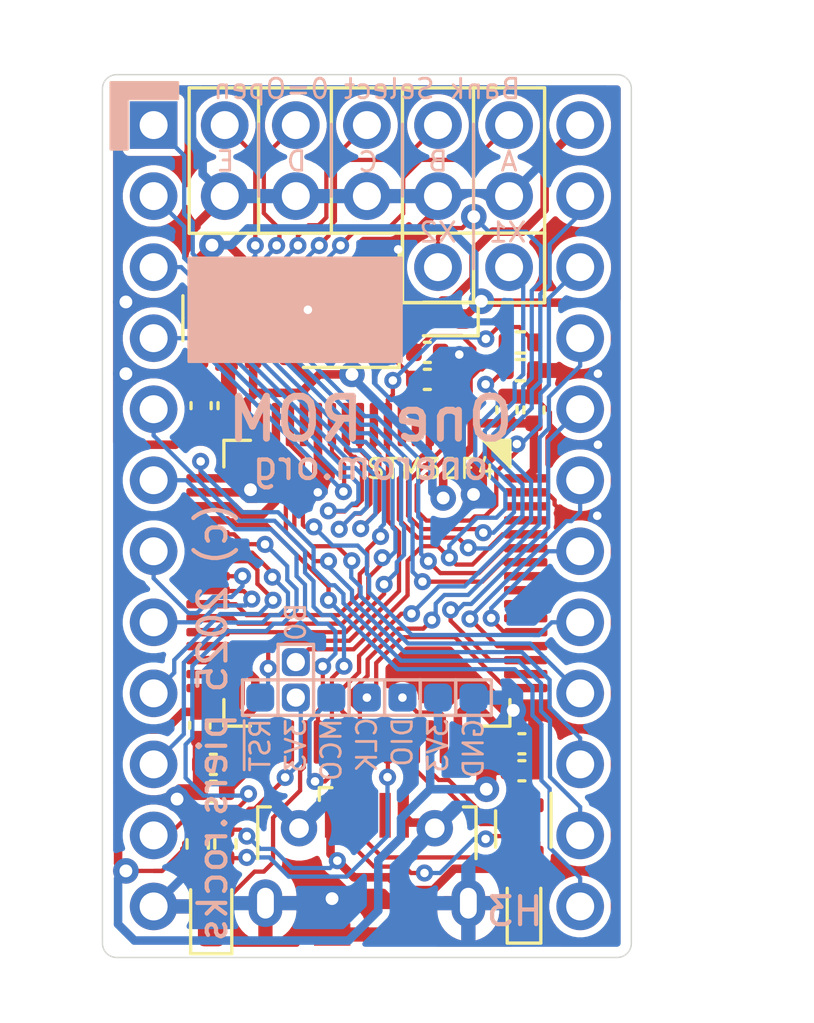
<source format=kicad_pcb>
(kicad_pcb (version 20241229) (generator "pcbnew") (generator_version "9.0")
  (layers (0 "F.Cu" signal) (2 "B.Cu" signal) (13 "F.Paste" user) (15 "B.Paste" user) (5 "F.SilkS" user "F.Silkscreen") (7 "B.SilkS" user "B.Silkscreen") (1 "F.Mask" user) (3 "B.Mask" user) (25 "Edge.Cuts" user))
  (net 0 "")
  (net 1 "Net-(U1-VCAP1)")
  (net 2 "GND")
  (net 3 "+5V")
  (net 4 "+3V3")
  (net 5 "NRST")
  (net 6 "SWCLK")
  (net 7 "SWDIO")
  (net 8 "SEL1")
  (net 9 "A2")
  (net 10 "SEL0")
  (net 12 "SEL2")
  (net 13 "BOOT0")
  (net 15 "A0")
  (net 16 "A8")
  (net 17 "D1")
  (net 18 "D4")
  (net 19 "CX1")
  (net 20 "A11")
  (net 21 "D2")
  (net 22 "A12")
  (net 24 "D5")
  (net 25 "OSC_OUT")
  (net 29 "SEL4")
  (net 30 "D6")
  (net 31 "OSC_IN")
  (net 32 "A9")
  (net 33 "A4")
  (net 34 "D3")
  (net 35 "MCO")
  (net 36 "A3")
  (net 37 "A1")
  (net 38 "D7")
  (net 39 "A7")
  (net 40 "A5")
  (net 41 "A10")
  (net 42 "CS1")
  (net 44 "Net-(J6-D+)")
  (net 45 "D0")
  (net 48 "CX2")
  (net 51 "A6")
  (net 52 "Net-(D1-A)")
  (net 53 "Net-(RC4-Pad2)")
  (net 54 "Net-(RC5-Pad1)")
  (net 55 "SEL3")
  (net 57 "LED0")
  (net 58 "VBUS")
  (net 59 "Net-(J6-D-)")
  (net 62 "D-")
  (net 63 "D+")
  (net 64 "VHOST")
  (net 65 "Net-(U1-PA9)")
  (footprint "Resistor_SMD:R_0402_1005Metric" (layer "F.Cu") (at 103.1748 57.4548 -90)
    (property "Reference" "R3" (hide yes))
    (property "Value" "1K")
  )
  (footprint "Diode_SMD:D_SOD-523" (layer "F.Cu") (at 111.9378 38.6842 180)
    (property "Reference" "D2" (hide yes))
    (property "Value" "MSK4005")
  )
  (footprint "Capacitor_SMD:C_0402_1005Metric" (layer "F.Cu") (at 114.2238 41.9354 90)
    (property "Reference" "C3" (hide yes))
    (property "Value" "4.7uF")
  )
  (footprint "Capacitor_SMD:C_0402_1005Metric" (layer "F.Cu") (at 103.2963 41.783 90)
    (property "Reference" "C7" (hide yes))
    (property "Value" "0.1uF")
  )
  (footprint "Package_TO_SOT_SMD:SOT-23-5" (layer "F.Cu") (at 104.206 38.6533 -90)
    (property "Reference" "U3" (hide yes))
    (property "Value" "AP2112K-3.3")
  )
  (footprint "piers_retro_footprints:PinHeader_2x05_P2.54mm_Vertical custom silkscreen" (layer "F.Cu") (at 114.3 31.75 -90)
    (property "Reference" "J2" (hide yes))
    (property "Value" "Conn_02x05_Odd_Even" (hide yes))
  )
  (footprint "Capacitor_SMD:C_0402_1005Metric" (layer "F.Cu") (at 106.4006 39.5732 90)
    (property "Reference" "C2" (hide yes))
    (property "Value" "4.7uF")
  )
  (footprint "Capacitor_SMD:C_0402_1005Metric" (layer "F.Cu") (at 106.4006 37.719 -90)
    (property "Reference" "C1" (hide yes))
    (property "Value" "4.7uF")
  )
  (footprint "Capacitor_SMD:C_0402_1005Metric" (layer "F.Cu") (at 103.7336 54.61 180)
    (property "Reference" "RC5" (hide yes))
    (property "Value" "0R/4.7uF/DNP")
  )
  (footprint "Capacitor_SMD:C_0402_1005Metric" (layer "F.Cu") (at 111.379 40.8432)
    (property "Reference" "C10" (hide yes))
    (property "Value" "33pF")
  )
  (footprint "piers_retro_footprints:2x12 dip pin output 600mil centres no ss" (layer "F.Cu") (at 101.6 31.75)
    (property "Reference" "U2" (hide yes))
    (property "Value" "2332/2364 SOCKET" (hide yes))
  )
  (footprint "Capacitor_SMD:C_0402_1005Metric" (layer "F.Cu") (at 114.7572 53.8734 180)
    (property "Reference" "RC4" (hide yes))
    (property "Value" "0R/4.7uF/DNP")
  )
  (footprint "Package_QFP:LQFP-64_10x10mm_P0.5mm" (layer "F.Cu") (at 109.22 48.133 -90)
    (property "Reference" "U1" (hide yes))
    (property "Value" "STM32F411RET6")
  )
  (footprint "Capacitor_SMD:C_0402_1005Metric" (layer "F.Cu") (at 104.2615 41.783 90)
    (property "Reference" "C5" (hide yes))
    (property "Value" "0.1uF")
  )
  (footprint "Capacitor_SMD:C_0402_1005Metric" (layer "F.Cu") (at 103.251 53.213 -90)
    (property "Reference" "C4" (hide yes))
    (property "Value" "0.1uF")
  )
  (footprint "Resistor_SMD:R_0402_1005Metric" (layer "F.Cu") (at 114.7064 40.513)
    (property "Reference" "R2" (hide yes))
    (property "Value" "4K7")
  )
  (footprint "Capacitor_SMD:C_0402_1005Metric" (layer "F.Cu") (at 103.7336 55.5752 180)
    (property "Reference" "C9" (hide yes))
    (property "Value" "4.7uF/DNP/DNP")
  )
  (footprint "Crystal:Crystal_SMD_3225-4Pin_3.2x2.5mm" (layer "F.Cu") (at 108.6612 38.354 90)
    (property "Reference" "Y1" (hide yes))
    (property "Value" "12MHz")
  )
  (footprint "Package_TO_SOT_SMD:SOT-666" (layer "F.Cu") (at 114.8089 56.9214 -90)
    (property "Reference" "U4" (hide yes))
    (property "Value" "USBLC6-2P6")
  )
  (footprint "Diode_SMD:D_SOD-523" (layer "F.Cu") (at 114.8334 59.7408 90)
    (property "Reference" "D3" (hide yes))
    (property "Value" "MSK4005")
  )
  (footprint "Capacitor_SMD:C_0402_1005Metric" (layer "F.Cu") (at 114.7572 54.8386)
    (property "Reference" "C6" (hide yes))
    (property "Value" "0.1uF")
  )
  (footprint "Connector_PinHeader_2.54mm:PinHeader_1x02_P2.54mm_Vertical" (layer "F.Cu") (at 114.3 36.83 -90)
    (property "Reference" "J3" (hide yes))
    (property "Value" "Conn_01x02_Pin" (hide yes))
  )
  (footprint "Resistor_SMD:R_0402_1005Metric" (layer "F.Cu") (at 104.1654 57.4548 -90)
    (property "Reference" "R4" (hide yes))
    (property "Value" "10K")
  )
  (footprint "Capacitor_SMD:C_0402_1005Metric" (layer "F.Cu") (at 115.189 41.9354 90)
    (property "Reference" "C8" (hide yes))
    (property "Value" "0.1uF")
  )
  (footprint "Capacitor_SMD:C_0402_1005Metric" (layer "F.Cu") (at 111.379 39.878)
    (property "Reference" "C11" (hide yes))
    (property "Value" "33pF")
  )
  (footprint "LED_SMD:LED_0603_1608Metric" (layer "F.Cu") (at 103.6574 59.8932 90)
    (property "Reference" "D1" (hide yes))
    (property "Value" "LED_Small" (hide yes))
  )
  (footprint "piers global:USB_Micro-B_micro_xnj_073_C404969" (layer "F.Cu") (at 109.22 57.8935)
    (property "Reference" "J6" (hide yes))
    (property "Value" "USB_B_Micro")
  )
  (footprint "Resistor_SMD:R_0402_1005Metric" (layer "F.Cu") (at 114.7064 39.5224)
    (property "Reference" "R1" (hide yes))
    (property "Value" "4K7")
  )
  (footprint "piers retro footprints:1mm smd test point small ss" (layer "B.Cu") (at 105.41 52.2224 180)
    (property "Reference" "TP7" (hide yes))
    (property "Value" "TestPoint" (hide yes))
  )
  (footprint "piers retro footprints:1mm hole test point small no ss" (layer "B.Cu") (at 106.68 52.2224 180)
    (property "Reference" "TP8" (hide yes))
    (property "Value" "TestPoint" (hide yes))
  )
  (footprint "piers retro footprints:1mm smd test point small ss" (layer "B.Cu") (at 110.49 52.2224 180)
    (property "Reference" "TP4" (hide yes))
    (property "Value" "TestPoint" (hide yes))
  )
  (footprint "piers retro footprints:1mm smd test point small ss" (layer "B.Cu") (at 111.76 52.2224 180)
    (property "Reference" "TP2" (hide yes))
    (property "Value" "TestPoint" (hide yes))
  )
  (footprint "piers retro footprints:1mm smd test point small ss" (layer "B.Cu") (at 113.03 52.2224)
    (property "Reference" "TP1" (hide yes))
    (property "Value" "TestPoint" (hide yes))
  )
  (footprint "piers retro footprints:1mm smd test point small ss" (layer "B.Cu") (at 109.22 52.2224 180)
    (property "Reference" "TP5" (hide yes))
    (property "Value" "TestPoint" (hide yes))
  )
  (footprint "piers retro footprints:1mm smd test point small ss" (layer "B.Cu") (at 107.95 52.2224 180)
    (property "Reference" "TP3" (hide yes))
    (property "Value" "TestPoint" (hide yes))
  )
  (footprint "piers retro footprints:1mm hole test point small no ss" (layer "B.Cu") (at 106.68 50.9524 180)
    (property "Reference" "TP6" (hide yes))
    (property "Value" "TestPoint" (hide yes))
  )
  (gr_poly (pts (xy 100.076 30.226) (xy 102.4636 30.226) (xy 102.4636 30.8102) (xy 100.6602 30.8102) (xy 100.6602 32.6136) (xy 100.076 32.6136) (xy 100.076 30.8356)) (stroke (width 0.1)) (fill yes) (layer "F.SilkS"))
  (gr_line (start 110.49 38.1) (end 110.49 35.6108) (stroke (width 0.127)) (layer "F.SilkS"))
  (gr_line (start 113.03 38.1) (end 113.03 35.6108) (stroke (width 0.127)) (layer "F.SilkS"))
  (gr_line (start 115.57 38.1) (end 110.49 38.1) (stroke (width 0.127)) (layer "F.SilkS"))
  (gr_line (start 115.57 38.1) (end 115.57 35.6108) (stroke (width 0.127)) (layer "F.SilkS"))
  (gr_line (start 107.315 50.3174) (end 106.045 50.3174) (stroke (width 0.12)) (layer "B.SilkS"))
  (gr_rect (start 102.8573 36.4998) (end 110.4519 40.2082) (stroke (width 0.1)) (fill yes) (layer "B.SilkS"))
  (gr_line (start 113.03 31.7104) (end 113.03 34.3012) (stroke (width 0.1)) (layer "B.SilkS"))
  (gr_line (start 106.045 51.5874) (end 106.045 50.3174) (stroke (width 0.12)) (layer "B.SilkS"))
  (gr_line (start 113.03 34.3012) (end 113.03 36.892) (stroke (width 0.1)) (layer "B.SilkS"))
  (gr_line (start 110.49 31.7104) (end 110.49 34.3012) (stroke (width 0.1)) (layer "B.SilkS"))
  (gr_line (start 106.045 52.8574) (end 107.315 52.8574) (stroke (width 0.12)) (layer "B.SilkS"))
  (gr_line (start 107.95 31.715) (end 107.95 34.3058) (stroke (width 0.1)) (layer "B.SilkS"))
  (gr_line (start 106.045 51.5874) (end 107.315 51.5874) (stroke (width 0.12)) (layer "B.SilkS"))
  (gr_line (start 105.3592 31.7104) (end 105.3592 34.3012) (stroke (width 0.1)) (layer "B.SilkS"))
  (gr_poly (pts (xy 100.076 30.226) (xy 100.076 32.6136) (xy 100.6602 32.6136) (xy 100.6602 30.8102) (xy 102.4636 30.8102) (xy 102.4636 30.226) (xy 100.6856 30.226)) (stroke (width 0.1)) (fill yes) (layer "B.SilkS"))
  (gr_line (start 107.315 51.5874) (end 107.315 50.3174) (stroke (width 0.12)) (layer "B.SilkS"))
  (gr_line (start 118.6688 30.4546) (end 118.6688 61.00719) (stroke (width 0.05)) (layer "Edge.Cuts"))
  (gr_arc (start 118.1608 29.9466) (mid 118.52001 30.09539) (end 118.6688 30.4546) (stroke (width 0.05)) (layer "Edge.Cuts"))
  (gr_line (start 100.27899 29.9466) (end 118.1608 29.9466) (stroke (width 0.05)) (layer "Edge.Cuts"))
  (gr_arc (start 99.77099 30.4546) (mid 99.91978 30.09539) (end 100.27899 29.9466) (stroke (width 0.05)) (layer "Edge.Cuts"))
  (gr_arc (start 118.6688 61.00719) (mid 118.52001 61.3664) (end 118.1608 61.51519) (stroke (width 0.05)) (layer "Edge.Cuts"))
  (gr_line (start 99.7712 61.00719) (end 99.77099 30.4546) (stroke (width 0.05)) (layer "Edge.Cuts"))
  (gr_arc (start 100.2792 61.51519) (mid 99.91999 61.3664) (end 99.7712 61.00719) (stroke (width 0.05)) (layer "Edge.Cuts"))
  (gr_line (start 118.1608 61.51519) (end 100.2792 61.51519) (stroke (width 0.05)) (layer "Edge.Cuts"))
  (gr_text "STM32F4" (at 111.506 44.0436 0) (layer "F.SilkS") (effects (font (size 0.7 0.7) (thickness 0.1))))
  (gr_text "(c) 2025 piers.rocks" (at 103.7082 53.1114 90) (layer "B.SilkS") (effects (font (size 1 1)) (justify mirror)))
  (gr_text "B0" (at 106.68 50.2666 90) (layer "B.SilkS") (effects (font (size 0.7 0.7) (thickness 0.1)) (justify right mirror)))
  (gr_text "CLK" (at 109.22 52.8574 90) (layer "B.SilkS") (effects (font (size 0.7 0.7) (thickness 0.1)) (justify left mirror)))
  (gr_text "B" (at 111.76 33.0454 0) (layer "B.SilkS") (effects (font (size 0.7 0.7) (thickness 0.1)) (justify mirror)))
  (gr_text "Bank Select 0=Open" (at 109.22 30.4546 0) (layer "B.SilkS") (effects (font (size 0.7 0.7) (thickness 0.1)) (justify mirror)))
  (gr_text "X2" (at 111.76 35.5854 0) (layer "B.SilkS") (effects (font (size 0.7 0.7) (thickness 0.1)) (justify mirror)))
  (gr_text "3V3" (at 111.76 52.9082 90) (layer "B.SilkS") (effects (font (size 0.7 0.7) (thickness 0.1)) (justify left mirror)))
  (gr_text "MCO" (at 107.95 52.9082 90) (layer "B.SilkS") (effects (font (size 0.7 0.7) (thickness 0.1)) (justify left mirror)))
  (gr_text "A" (at 114.3 33.0454 0) (layer "B.SilkS") (effects (font (size 0.7 0.7) (thickness 0.1)) (justify mirror)))
  (gr_text "D" (at 106.7054 33.0454 0) (layer "B.SilkS") (effects (font (size 0.7 0.7) (thickness 0.1)) (justify mirror)))
  (gr_text "E" (at 104.1654 33.0454 0) (layer "B.SilkS") (effects (font (size 0.7 0.7) (thickness 0.1)) (justify mirror)))
  (gr_text "H3" (at 114.5032 59.8678 0) (layer "B.SilkS") (effects (font (size 1 1)) (justify mirror)))
  (gr_text "One ROM" (at 109.347 42.2656 0) (layer "B.SilkS") (effects (font (size 1.5 1.5) (thickness 0.25)) (justify mirror)))
  (gr_text "~{RST}" (at 105.41 52.9082 90) (layer "B.SilkS") (effects (font (size 0.7 0.7) (thickness 0.1)) (justify left mirror)))
  (gr_text "DIO" (at 110.49 52.8574 90) (layer "B.SilkS") (effects (font (size 0.7 0.7) (thickness 0.1)) (justify left mirror)))
  (gr_text "X1" (at 114.2492 35.5854 0) (layer "B.SilkS") (effects (font (size 0.7 0.7) (thickness 0.1)) (justify mirror)))
  (gr_text "onerom.org" (at 109.347 43.9166 0) (layer "B.SilkS") (effects (font (size 1 1)) (justify mirror)))
  (gr_text "C" (at 109.2604 33.0708 0) (layer "B.SilkS") (effects (font (size 0.7 0.7) (thickness 0.1)) (justify mirror)))
  (gr_text "3V3" (at 106.68 52.9082 90) (layer "B.SilkS") (effects (font (size 0.7 0.7) (thickness 0.1)) (justify left mirror)))
  (gr_text "GND" (at 113.03 52.9082 90) (layer "B.SilkS") (effects (font (size 0.7 0.7) (thickness 0.1)) (justify left mirror)))
  (segment (start 104.541757 50.883) (end 103.545 50.883) (width 0.3048) (layer "F.Cu") (net 1))
  (segment (start 104.8766 54.9122) (end 104.8766 52.9082) (width 0.3048) (layer "F.Cu") (net 1))
  (segment (start 104.8766 52.9082) (end 105.2322 52.5526) (width 0.3048) (layer "F.Cu") (net 1))
  (segment (start 104.2136 55.5752) (end 104.8766 54.9122) (width 0.3048) (layer "F.Cu") (net 1))
  (segment (start 105.2322 52.5526) (end 105.2322 51.573443) (width 0.3048) (layer "F.Cu") (net 1))
  (segment (start 105.2322 51.573443) (end 104.541757 50.883) (width 0.3048) (layer "F.Cu") (net 1))
  (segment (start 109.5112 37.0214) (end 110.8456 35.687) (width 0.3048) (layer "F.Cu") (net 2))
  (segment (start 104.766567 44.788633) (end 104.6722 44.883) (width 0.3048) (layer "F.Cu") (net 2))
  (segment (start 107.8112 39.1532) (end 107.8112 39.454) (width 0.3048) (layer "F.Cu") (net 2))
  (segment (start 106.4006 38.199) (end 106.4006 38.6334) (width 0.3048) (layer "F.Cu") (net 2))
  (segment (start 115.2164 40.513) (end 115.3434 40.64) (width 0.3048) (layer "F.Cu") (net 2))
  (segment (start 110.8456 35.687) (end 111.8489 34.6837) (width 0.3048) (layer "F.Cu") (net 2))
  (segment (start 103.3526 53.6956) (end 103.3526 54.61) (width 0.3048) (layer "F.Cu") (net 2))
  (segment (start 109.5112 37.254) (end 109.5112 37.0214) (width 0.3048) (layer "F.Cu") (net 2))
  (segment (start 112.0114 39.9542) (end 112.522 39.9542) (width 0.1524) (layer "F.Cu") (net 2))
  (segment (start 100.33 38.354) (end 100.33 40.360739) (width 0.3048) (layer "F.Cu") (net 2))
  (segment (start 115.6474 44.883) (end 115.9256 45.1612) (width 0.1524) (layer "F.Cu") (net 2))
  (segment (start 115.189 41.4554) (end 115.7604 42.0268) (width 0.1524) (layer "F.Cu") (net 2))
  (segment (start 103.251 54.6074) (end 103.2536 54.61) (width 0.3048) (layer "F.Cu") (net 2))
  (segment (start 100.6094 38.0746) (end 100.33 38.354) (width 0.3048) (layer "F.Cu") (net 2))
  (segment (start 106.9568 38.199) (end 107.1118 38.354) (width 0.3048) (layer "F.Cu") (net 2))
  (segment (start 111.859 39.8018) (end 112.0114 39.9542) (width 0.1524) (layer "F.Cu") (net 2))
  (segment (start 107.1118 38.354) (end 107.1118 38.4538) (width 0.3048) (layer "F.Cu") (net 2))
  (segment (start 106.4006 38.6334) (end 106.4006 39.0932) (width 0.3048) (layer "F.Cu") (net 2))
  (segment (start 111.645 56.8935) (end 111.4443 56.6928) (width 0.3048) (layer "F.Cu") (net 2))
  (segment (start 116.4844 43.18) (end 117.475 43.18) (width 0.1524) (layer "F.Cu") (net 2))
  (segment (start 102.438113 55.851512) (end 102.438113 55.854511) (width 0.3048) (layer "F.Cu") (net 2))
  (segment (start 115.7604 42.0268) (end 115.7604 42.456) (width 0.1524) (layer "F.Cu") (net 2))
  (segment (start 102.438113 55.854511) (end 102.463601 55.879999) (width 0.3048) (layer "F.Cu") (net 2))
  (segment (start 115.9256 45.3136) (end 116.332 45.72) (width 0.1524) (layer "F.Cu") (net 2))
  (segment (start 100.33 36.068) (end 100.8634 35.5346) (width 0.3048) (layer "F.Cu") (net 2))
  (segment (start 113.1824 51.7144) (end 113.1062 51.7144) (width 0.3048) (layer "F.Cu") (net 2))
  (segment (start 100.33 40.360739) (end 100.609261 40.64) (width 0.3048) (layer "F.Cu") (net 2))
  (segment (start 115.2164 40.513) (end 115.2164 41.428) (width 0.3048) (layer "F.Cu") (net 2))
  (segment (start 106.3752 38.6588) (end 106.4006 38.6334) (width 0.3048) (layer "F.Cu") (net 2))
  (segment (start 114.8089 55.2669) (end 115.2372 54.8386) (width 0.3048) (layer "F.Cu") (net 2))
  (segment (start 116.332 45.72) (end 117.4496 45.72) (width 0.1524) (layer "F.Cu") (net 2))
  (segment (start 107.4504 39.0932) (end 107.8112 39.454) (width 0.3048) (layer "F.Cu") (net 2))
  (segment (start 107.1118 38.354) (end 107.247671 38.489871) (width 0.1524) (layer "F.Cu") (net 2))
  (segment (start 114.1476 52.6796) (end 113.1824 51.7144) (width 0.3048) (layer "F.Cu") (net 2))
  (segment (start 102.8954 35.5346) (end 104.14 34.29) (width 0.3048) (layer "F.Cu") (net 2))
  (segment (start 104.6722 44.883) (end 103.545 44.883) (width 0.3048) (layer "F.Cu") (net 2))
  (segment (start 111.8489 34.3789) (end 111.76 34.29) (width 0.3048) (layer "F.Cu") (net 2))
  (segment (start 107.4674 42.4606) (end 107.47 42.458) (width 0.3048) (layer "F.Cu") (net 2))
  (segment (start 111.7346 39.8018) (end 111.859 39.8018) (width 0.1524) (layer "F.Cu") (net 2))
  (segment (start 114.895 44.883) (end 115.6474 44.883) (width 0.1524) (layer "F.Cu") (net 2))
  (segment (start 114.450399 52.6796) (end 114.1476 52.6796) (width 0.3048) (layer "F.Cu") (net 2))
  (segment (start 106.4006 39.0932) (end 107.4504 39.0932) (width 0.3048) (layer "F.Cu") (net 2))
  (segment (start 111.4443 56.6928) (end 110.7818 56.6928) (width 0.3048) (layer "F.Cu") (net 2))
  (segment (start 111.8489 34.6837) (end 111.8489 34.3789) (width 0.3048) (layer "F.Cu") (net 2))
  (segment (start 115.2271 30.48) (end 115.5319 30.7848) (width 0.3048) (layer "F.Cu") (net 2))
  (segment (start 115.3434 40.64) (end 117.475 40.64) (width 0.3048) (layer "F.Cu") (net 2))
  (segment (start 103.0224 30.8102) (end 103.3526 30.48) (width 0.3048) (layer "F.Cu") (net 2))
  (segment (start 100.33 37.7952) (end 100.33 36.068) (width 0.3048) (layer "F.Cu") (net 2))
  (segment (start 105.9408 38.6588) (end 105.3592 38.6588) (width 0.3048) (layer "F.Cu") (net 2))
  (segment (start 114.8054 55.9929) (end 114.8089 55.9964) (width 0.3048) (layer "F.Cu") (net 2))
  (segment (start 114.8089 55.9964) (end 114.8089 55.2669) (width 0.3048) (layer "F.Cu") (net 2))
  (segment (start 107.1118 38.4538) (end 107.8112 39.1532) (width 0.3048) (layer "F.Cu") (net 2))
  (segment (start 107.47 44.879729) (end 107.466251 44.883478) (width 0.3048) (layer "F.Cu") (net 2))
  (segment (start 103.1494 53.6702) (end 103.1494 54.5846) (width 0.3048) (layer "F.Cu") (net 2))
  (segment (start 110.7818 56.6928) (end 110.52 56.431) (width 0.3048) (layer "F.Cu") (net 2))
  (segment (start 115.2164 41.428) (end 115.189 41.4554) (width 0.3048) (layer "F.Cu") (net 2))
  (segment (start 100.8634 35.5346) (end 102.8954 35.5346) (width 0.3048) (layer "F.Cu") (net 2))
  (segment (start 100.609261 40.64) (end 102.6333 40.64) (width 0.3048) (layer "F.Cu") (net 2))
  (segment (start 115.7604 42.456) (end 116.4844 43.18) (width 0.1524) (layer "F.Cu") (net 2))
  (segment (start 105.061684 44.788633) (end 104.766567 44.788633) (width 0.3048) (layer "F.Cu") (net 2))
  (segment (start 110.8456 35.687) (end 110.477016 36.055584) (width 0.3048) (layer "F.Cu") (net 2))
  (segment (start 105.9408 38.6588) (end 106.3752 38.6588) (width 0.3048) (layer "F.Cu") (net 2))
  (segment (start 107.47 42.458) (end 107.47 44.879729) (width 0.3048) (layer "F.Cu") (net 2))
  (segment (start 103.3526 30.48) (end 115.2271 30.48) (width 0.3048) (layer "F.Cu") (net 2))
  (segment (start 106.4006 38.199) (end 106.9568 38.199) (width 0.3048) (layer "F.Cu") (net 2))
  (segment (start 102.6333 40.64) (end 103.2963 41.303) (width 0.3048) (layer "F.Cu") (net 2))
  (segment (start 100.6094 38.0746) (end 100.33 37.7952) (width 0.3048) (layer "F.Cu") (net 2))
  (segment (start 105.9408 38.6588) (end 106.4006 38.199) (width 0.3048) (layer "F.Cu") (net 2))
  (segment (start 105.9662 38.6588) (end 106.4006 39.0932) (width 0.3048) (layer "F.Cu") (net 2))
  (segment (start 115.9256 45.1612) (end 115.9256 45.3136) (width 0.1524) (layer "F.Cu") (net 2))
  (via (at 107.1118 38.354) (size 0.6096) (drill 0.3048) (layers "F.Cu" "B.Cu") (net 2))
  (via (at 100.6094 38.0746) (size 0.9144) (drill 0.4572) (layers "F.Cu" "B.Cu") (net 2))
  (via (at 114.450399 52.6796) (size 0.9144) (drill 0.4572) (layers "F.Cu" "B.Cu") (net 2))
  (via (at 113.03 44.958) (size 0.9144) (drill 0.4572) (layers "F.Cu" "B.Cu") (net 2))
  (via (at 110.3376 36.195) (size 0.6096) (drill 0.3048) (layers "F.Cu" "B.Cu") (net 2))
  (via (at 105.061684 44.788633) (size 0.9144) (drill 0.4572) (layers "F.Cu" "B.Cu") (net 2))
  (via (at 117.475 40.64) (size 0.6096) (drill 0.3048) (layers "F.Cu" "B.Cu") (net 2))
  (via (at 102.438113 55.851512) (size 0.9144) (drill 0.4572) (layers "F.Cu" "B.Cu") (net 2))
  (via (at 112.522 39.9542) (size 0.6096) (drill 0.3048) (layers "F.Cu" "B.Cu") (net 2))
  (via (at 117.4496 45.72) (size 0.6096) (drill 0.3048) (layers "F.Cu" "B.Cu") (net 2))
  (via (at 107.466251 44.883478) (size 0.6096) (drill 0.3048) (layers "F.Cu" "B.Cu") (net 2))
  (via (at 117.475 43.18) (size 0.6096) (drill 0.3048) (layers "F.Cu" "B.Cu") (net 2))
  (via (at 100.609261 40.64) (size 0.9144) (drill 0.4572) (layers "F.Cu" "B.Cu") (net 2))
  (via (at 107.9754 59.4106) (size 0.9144) (drill 0.4572) (layers "F.Cu" "B.Cu") (net 2))
  (segment (start 112.522 39.9542) (end 110.8964 41.5798) (width 0.1524) (layer "B.Cu") (net 2))
  (segment (start 113.9698 38.8366) (end 113.1062 38.8366) (width 0.1524) (layer "B.Cu") (net 2))
  (segment (start 109.22 34.29) (end 106.68 34.29) (width 0.3048) (layer "B.Cu") (net 2))
  (segment (start 114.3 33.9598) (end 114.3 34.29) (width 0.3048) (layer "B.Cu") (net 2))
  (segment (start 100.3334 35.5346) (end 100.3334 30.629) (width 0.3048) (layer "B.Cu") (net 2))
  (segment (start 100.4824 30.48) (end 115.5446 30.48) (width 0.3048) (layer "B.Cu") (net 2))
  (segment (start 115.57 30.5054) (end 115.5446 30.48) (width 0.3048) (layer "B.Cu") (net 2))
  (segment (start 115.5446 30.48) (end 117.7544 30.48) (width 0.3048) (layer "B.Cu") (net 2))
  (segment (start 110.0836 41.5798) (end 109.601 41.0972) (width 0.1524) (layer "B.Cu") (net 2))
  (segment (start 103.3526 33.5026) (end 104.14 34.29) (width 0.3048) (layer "B.Cu") (net 2))
  (segment (start 117.53041 60.98079) (end 116.1542 60.98079) (width 0.3048) (layer "B.Cu") (net 2))
  (segment (start 115.57 33.02) (end 115.57 30.5054) (width 0.3048) (layer "B.Cu") (net 2))
  (segment (start 102.319398 55.88) (end 100.8888 55.88) (width 0.3048) (layer "B.Cu") (net 2))
  (segment (start 114.450399 52.6796) (end 114.450399 51.991799) (width 0.3048) (layer "B.Cu") (net 2))
  (segment (start 113.792 40.1066) (end 114.2492 39.6494) (width 0.1524) (layer "B.Cu") (net 2))
  (segment (start 114.2492 39.6494) (end 114.2492 39.116) (width 0.1524) (layer "B.Cu") (net 2))
  (segment (start 102.9716 32.3596) (end 103.3526 32.7406) (width 0.3048) (layer "B.Cu") (net 2))
  (segment (start 100.3334 38.0746) (end 100.3334 40.64) (width 0.3048) (layer "B.Cu") (net 2))
  (segment (start 118.1066 30.8322) (end 118.1066 33.02) (width 0.3048) (layer "B.Cu") (net 2))
  (segment (start 118.0558 48.26) (end 115.951 48.26) (width 0.3048) (layer "B.Cu") (net 2))
  (segment (start 100.3334 45.72) (end 100.3334 40.64) (width 0.3048) (layer "B.Cu") (net 2))
  (segment (start 103.3526 32.7406) (end 103.3526 33.5026) (width 0.3048) (layer "B.Cu") (net 2))
  (segment (start 100.3334 35.5346) (end 100.3334 38.0746) (width 0.3048) (layer "B.Cu") (net 2))
  (segment (start 109.601 41.0972) (end 109.5248 41.021) (width 0.1524) (layer "B.Cu") (net 2))
  (segment (start 100.3334 35.5346) (end 102.2096 35.5346) (width 0.3048) (layer "B.Cu") (net 2))
  (segment (start 109.22 34.29) (end 111.76 34.29) (width 0.3048) (layer "B.Cu") (net 2))
  (segment (start 100.8888 55.88) (end 100.3334 55.3246) (width 0.3048) (layer "B.Cu") (net 2))
  (segment (start 102.347886 55.851512) (end 102.319398 55.88) (width 0.3048) (layer "B.Cu") (net 2))
  (segment (start 117.7544 30.48) (end 118.1066 30.8322) (width 0.3048) (layer "B.Cu") (net 2))
  (segment (start 102.9716 30.9626) (end 102.9716 32.3596) (width 0.3048) (layer "B.Cu") (net 2))
  (segment (start 113.8936 38.735) (end 113.8926 38.736) (width 0.1524) (layer "B.Cu") (net 2))
  (segment (start 118.1066 38.0746) (end 118.1066 43.18) (width 0.3048) (layer "B.Cu") (net 2))
  (segment (start 100.3334 40.64) (end 102.489 40.64) (width 0.3048) (layer "B.Cu") (net 2))
  (segment (start 113.8926 38.736) (end 112.9802 38.736) (width 0.1524) (layer "B.Cu") (net 2))
  (segment (start 109.474 40.9702) (end 109.474 40.5638) (width 0.1524) (layer "B.Cu") (net 2))
  (segment (start 109.601 41.0972) (end 109.474 40.9702) (width 0.1524) (layer "B.Cu") (net 2))
  (segment (start 113.9698 38.8366) (end 113.8936 38.7604) (width 0.1524) (layer "B.Cu") (net 2))
  (segment (start 100.3334 30.629) (end 100.4824 30.48) (width 0.3048) (layer "B.Cu") (net 2))
  (segment (start 100.3334 45.72) (end 102.87 45.72) (width 0.3048) (layer "B.Cu") (net 2))
  (segment (start 114.3 34.29) (end 115.57 33.02) (width 0.3048) (layer "B.Cu") (net 2))
  (segment (start 118.1066 48.2092) (end 118.1066 60.4046) (width 0.3048) (layer "B.Cu") (net 2))
  (segment (start 118.1066 33.02) (end 118.1066 38.0746) (width 0.3048) (layer "B.Cu") (net 2))
  (segment (start 118.1066 60.4046) (end 117.53041 60.98079) (width 0.3048) (layer "B.Cu") (net 2))
  (segment (start 101.6 59.69) (end 102.8446 58.4454) (width 0.3048) (layer "B.Cu") (net 2))
  (segment (start 110.8964 41.5798) (end 110.0836 41.5798) (width 0.1524) (layer "B.Cu") (net 2))
  (segment (start 102.2096 35.5346) (end 102.235 35.56) (width 0.3048) (layer "B.Cu") (net 2))
  (segment (start 115.57 33.02) (end 118.1066 33.02) (width 0.3048) (layer "B.Cu") (net 2))
  (segment (start 112.9802 38.736) (end 112.903 38.6588) (width 0.1524) (layer "B.Cu") (net 2))
  (segment (start 118.1066 48.2092) (end 118.0558 48.26) (width 0.3048) (layer "B.Cu") (net 2))
  (segment (start 112.6744 40.1066) (end 113.792 40.1066) (width 0.1524) (layer "B.Cu") (net 2))
  (segment (start 112.522 39.9542) (end 112.6744 40.1066) (width 0.1524) (layer "B.Cu") (net 2))
  (segment (start 114.2492 39.116) (end 113.9698 38.8366) (width 0.1524) (layer "B.Cu") (net 2))
  (segment (start 106.68 34.29) (end 104.14 34.29) (width 0.3048) (layer "B.Cu") (net 2))
  (segment (start 100.3334 55.3246) (end 100.3334 45.72) (width 0.3048) (layer "B.Cu") (net 2))
  (segment (start 102.438113 55.851512) (end 102.347886 55.851512) (width 0.3048) (layer "B.Cu") (net 2))
  (segment (start 118.1066 43.18) (end 118.1066 45.7454) (width 0.3048) (layer "B.Cu") (net 2))
  (segment (start 115.951 48.26) (end 115.9256 48.2854) (width 0.3048) (layer "B.Cu") (net 2))
  (segment (start 102.87 45.72) (end 103.0732 45.9232) (width 0.3048) (layer "B.Cu") (net 2))
  (segment (start 113.8936 38.7604) (end 113.8936 38.735) (width 0.1524) (layer "B.Cu") (net 2))
  (segment (start 109.5248 41.021) (end 109.5248 40.6654) (width 0.1524) (layer "B.Cu") (net 2))
  (segment (start 118.1066 45.7454) (end 118.1066 48.2092) (width 0.3048) (layer "B.Cu") (net 2))
  (segment (start 118.0846 60.4266) (end 117.5512 60.96) (width 0.3048) (layer "F.Cu") (net 3))
  (segment (start 106.4006 37.239) (end 105.4328 37.239) (width 0.3048) (layer "F.Cu") (net 3))
  (segment (start 103.256 36.4704) (end 103.6838 36.0426) (width 0.3048) (layer "F.Cu") (net 3))
  (segment (start 114.0714 38.1) (end 117.5766 38.1) (width 0.3048) (layer "F.Cu") (net 3))
  (segment (start 113.3094 38.0492) (end 113.2728 38.0492) (width 0.3048) (layer "F.Cu") (net 3))
  (segment (start 113.7412 38.1) (end 114.0714 38.1) (width 0.3048) (layer "F.Cu") (net 3))
  (segment (start 117.5512 60.96) (end 115.3526 60.96) (width 0.3048) (layer "F.Cu") (net 3))
  (segment (start 118.0846 38.608) (end 118.0846 60.4266) (width 0.3048) (layer "F.Cu") (net 3))
  (segment (start 103.6838 36.0426) (end 104.2924 36.0426) (width 0.3048) (layer "F.Cu") (net 3))
  (segment (start 114.0714 38.1) (end 113.3602 38.1) (width 0.3048) (layer "F.Cu") (net 3))
  (segment (start 113.3602 38.1) (end 113.3094 38.0492) (width 0.3048) (layer "F.Cu") (net 3))
  (segment (start 105.156 36.9062) (end 105.156 37.5158) (width 0.3048) (layer "F.Cu") (net 3))
  (segment (start 105.4328 37.239) (end 105.156 37.5158) (width 0.3048) (layer "F.Cu") (net 3))
  (segment (start 117.5766 38.1) (end 118.0846 38.608) (width 0.3048) (layer "F.Cu") (net 3))
  (segment (start 104.2924 36.0426) (end 105.156 36.9062) (width 0.3048) (layer "F.Cu") (net 3))
  (segment (start 103.256 37.5158) (end 103.256 36.4704) (width 0.3048) (layer "F.Cu") (net 3))
  (segment (start 115.3526 60.96) (end 114.8334 60.4408) (width 0.3048) (layer "F.Cu") (net 3))
  (segment (start 113.2728 38.0492) (end 112.6378 38.6842) (width 0.3048) (layer "F.Cu") (net 3))
  (via (at 113.3094 38.0492) (size 0.9144) (drill 0.4572) (layers "F.Cu" "B.Cu") (net 3))
  (via (at 103.6838 36.0426) (size 0.9144) (drill 0.4572) (layers "F.Cu" "B.Cu") (net 3))
  (segment (start 113.4364 38.0492) (end 113.0554 37.6682) (width 0.3048) (layer "B.Cu") (net 3))
  (segment (start 104.3686 36.0426) (end 103.6838 36.0426) (width 0.3048) (layer "B.Cu") (net 3))
  (segment (start 113.0554 36.3474) (end 112.153984 35.445984) (width 0.3048) (layer "B.Cu") (net 3))
  (segment (start 113.0554 37.6682) (end 113.0554 36.3474) (width 0.3048) (layer "B.Cu") (net 3))
  (segment (start 112.153984 35.445984) (end 104.965216 35.445984) (width 0.3048) (layer "B.Cu") (net 3))
  (segment (start 104.965216 35.445984) (end 104.3686 36.0426) (width 0.3048) (layer "B.Cu") (net 3))
  (segment (start 113.284 55.3212) (end 113.538 55.5752) (width 0.3048) (layer "F.Cu") (net 4))
  (segment (start 100.9142 53.3654) (end 100.5332 53.3654) (width 0.3048) (layer "F.Cu") (net 4))
  (segment (start 106.553 41.3258) (end 106.7308 41.3258) (width 0.3048) (layer "F.Cu") (net 4))
  (segment (start 100.5332 53.3654) (end 100.33 53.5686) (width 0.3048) (layer "F.Cu") (net 4))
  (segment (start 112.9258 43.31781) (end 112.9258 43.3096) (width 0.3048) (layer "F.Cu") (net 4))
  (segment (start 113.3358 40.4866) (end 113.240444 40.4866) (width 0.1524) (layer "F.Cu") (net 4))
  (segment (start 104.4634 45.383) (end 103.545 45.383) (width 0.3048) (layer "F.Cu") (net 4))
  (segment (start 113.2586 54.8386) (end 113.284 54.864) (width 0.3048) (layer "F.Cu") (net 4))
  (segment (start 112.97 42.458) (end 112.960345 42.448345) (width 0.3048) (layer "F.Cu") (net 4))
  (segment (start 100.5332 53.3654) (end 100.33 53.1622) (width 0.3048) (layer "F.Cu") (net 4))
  (segment (start 102.6642 52.733) (end 102.0318 53.3654) (width 0.3048) (layer "F.Cu") (net 4))
  (segment (start 105.942251 45.222831) (end 105.495882 45.6692) (width 0.3048) (layer "F.Cu") (net 4))
  (segment (start 107.5208 40.6654) (end 107.2668 40.9194) (width 0.3048) (layer "F.Cu") (net 4))
  (segment (start 102.6252 57.6234) (end 102.6252 57.6996) (width 0.1524) (layer "F.Cu") (net 4))
  (segment (start 106.97 42.458) (end 106.97 41.2162) (width 0.3048) (layer "F.Cu") (net 4))
  (segment (start 113.284 54.864) (end 113.284 55.3212) (width 0.3048) (layer "F.Cu") (net 4))
  (segment (start 103.545 51.883) (end 103.3872 51.883) (width 0.3048) (layer "F.Cu") (net 4))
  (segment (start 102.2858 43.18) (end 102.3793 43.18) (width 0.3048) (layer "F.Cu") (net 4))
  (segment (start 112.97 43.2654) (end 112.97 42.458) (width 0.3048) (layer "F.Cu") (net 4))
  (segment (start 113.8174 54.8386) (end 114.2772 54.8386) (width 0.3048) (layer "F.Cu") (net 4))
  (segment (start 100.33 53.1622) (end 100.33 53.0352) (width 0.3048) (layer "F.Cu") (net 4))
  (segment (start 106.3 55.106662) (end 105.210209 56.196453) (width 0.1524) (layer "F.Cu") (net 4))
  (segment (start 114.2238 42.4154) (end 115.189 42.4154) (width 0.3048) (layer "F.Cu") (net 4))
  (segment (start 103.545 51.883) (end 103.494169 51.883) (width 0.3048) (layer "F.Cu") (net 4))
  (segment (start 113.240444 40.4866) (end 112.9274 40.799644) (width 0.1524) (layer "F.Cu") (net 4))
  (segment (start 113.8174 54.8386) (end 113.2586 54.8386) (width 0.3048) (layer "F.Cu") (net 4))
  (segment (start 100.8888 43.18) (end 102.2858 43.18) (width 0.3048) (layer "F.Cu") (net 4))
  (segment (start 100.33 53.4416) (end 100.33 53.1622) (width 0.3048) (layer "F.Cu") (net 4))
  (segment (start 112.9284 41.243356) (end 112.9284 42.4164) (width 0.1524) (layer "F.Cu") (net 4))
  (segment (start 100.33 57.7596) (end 100.33 58.1406) (width 0.3048) (layer "F.Cu") (net 4))
  (segment (start 103.545 45.383) (end 102.4704 45.383) (width 0.3048) (layer "F.Cu") (net 4))
  (segment (start 103.3272 57.0738) (end 103.3272 56.9448) (width 0.1524) (layer "F.Cu") (net 4))
  (segment (start 100.33 57.7596) (end 100.33 53.5686) (width 0.3048) (layer "F.Cu") (net 4))
  (segment (start 103.2963 42.263) (end 104.2615 42.263) (width 0.3048) (layer "F.Cu") (net 4))
  (segment (start 105.210209 56.196453) (end 105.018014 56.196453) (width 0.1524) (layer "F.Cu") (net 4))
  (segment (start 112.9792 42.4488) (end 112.97 42.458) (width 0.3048) (layer "F.Cu") (net 4))
  (segment (start 102.1334 45.72) (end 100.33 45.72) (width 0.3048) (layer "F.Cu") (net 4))
  (segment (start 103.1748 56.5404) (end 103.1748 56.9448) (width 0.1524) (layer "F.Cu") (net 4))
  (segment (start 102.0318 53.3654) (end 100.9142 53.3654) (width 0.3048) (layer "F.Cu") (net 4))
  (segment (start 106.3 55.078113) (end 106.3 55.106662) (width 0.1524) (layer "F.Cu") (net 4))
  (segment (start 111.9462 44.29741) (end 112.9258 43.31781) (width 0.3048) (layer "F.Cu") (net 4))
  (segment (start 106.97 41.565) (end 106.7308 41.3258) (width 0.3048) (layer "F.Cu") (net 4))
  (segment (start 106.7308 41.3258) (end 106.8604 41.3258) (width 0.3048) (layer "F.Cu") (net 4))
  (segment (start 100.33 43.7388) (end 100.8888 43.18) (width 0.3048) (layer "F.Cu") (net 4))
  (segment (start 101.6254 58.42) (end 100.6094 58.42) (width 0.1524) (layer "F.Cu") (net 4))
  (segment (start 105.156 41.2496) (end 105.2322 41.3258) (width 0.3048) (layer "F.Cu") (net 4))
  (segment (start 113.538 55.5752) (end 113.538 55.118) (width 0.3048) (layer "F.Cu") (net 4))
  (segment (start 103.1748 56.9448) (end 103.1748 56.9996) (width 0.1524) (layer "F.Cu") (net 4))
  (segment (start 103.1748 56.9448) (end 102.6922 57.4274) (width 0.1524) (layer "F.Cu") (net 4))
  (segment (start 102.6922 57.5564) (end 102.6252 57.6234) (width 0.1524) (layer "F.Cu") (net 4))
  (segment (start 101.8794 58.42) (end 101.6254 58.42) (width 0.1524) (layer "F.Cu") (net 4))
  (segment (start 103.2764 56.4388) (end 103.1748 56.5404) (width 0.1524) (layer "F.Cu") (net 4))
  (segment (start 105.495882 45.6692) (end 104.7496 45.6692) (width 0.3048) (layer "F.Cu") (net 4))
  (segment (start 104.7496 45.6692) (end 104.4634 45.383) (width 0.3048) (layer "F.Cu") (net 4))
  (segment (start 106.97 41.2162) (end 107.2668 40.9194) (width 0.3048) (layer "F.Cu") (net 4))
  (segment (start 115.189 42.4154) (end 115.189 44.089) (width 0.3048) (layer "F.Cu") (net 4))
  (segment (start 102.6922 57.4274) (end 102.6922 57.5564) (width 0.1524) (layer "F.Cu") (net 4))
  (segment (start 103.2002 52.07) (end 103.2002 52.5044) (width 0.3048) (layer "F.Cu") (net 4))
  (segment (start 112.9284 42.4164) (end 112.97 42.458) (width 0.1524) (layer "F.Cu") (net 4))
  (segment (start 112.9274 40.799644) (end 112.9274 41.242356) (width 0.1524) (layer "F.Cu") (net 4))
  (segment (start 106.4006 40.0532) (end 107.2668 40.9194) (width 0.3048) (layer "F.Cu") (net 4))
  (segment (start 105.2322 41.3258) (end 106.3752 41.3258) (width 0.3048) (layer "F.Cu") (net 4))
  (segment (start 106.8604 41.3258) (end 107.2668 40.9194) (width 0.3048) (layer "F.Cu") (net 4))
  (segment (start 103.3872 51.883) (end 103.2002 52.07) (width 0.3048) (layer "F.Cu") (net 4))
  (segment (start 113.538 55.118) (end 112.97 54.55) (width 0.3048) (layer "F.Cu") (net 4))
  (segment (start 106.4006 40.0532) (end 105.4184 40.0532) (width 0.3048) (layer "F.Cu") (net 4))
  (segment (start 112.9274 41.242356) (end 112.9284 41.243356) (width 0.1524) (layer "F.Cu") (net 4))
  (segment (start 100.33 58.1406) (end 100.6094 58.42) (width 0.3048) (layer "F.Cu") (net 4))
  (segment (start 111.9462 45.085) (end 111.9462 44.29741) (width 0.3048) (layer "F.Cu") (net 4))
  (segment (start 102.4704 45.383) (end 102.1334 45.72) (width 0.3048) (layer "F.Cu") (net 4))
  (segment (start 112.9258 43.3096) (end 112.97 43.2654) (width 0.3048) (layer "F.Cu") (net 4))
  (segment (start 114.1964 39.5224) (end 114.1964 39.626) (width 0.1524) (layer "F.Cu") (net 4))
  (segment (start 105.4184 40.0532) (end 105.156 39.7908) (width 0.3048) (layer "F.Cu") (net 4))
  (segment (start 105.2322 41.3258) (end 104.9274 41.6306) (width 0.3048) (layer "F.Cu") (net 4))
  (segment (start 104.9274 41.6306) (end 104.9274 43.2816) (width 0.3048) (layer "F.Cu") (net 4))
  (segment (start 100.33 53.0352) (end 100.33 45.72) (width 0.3048) (layer "F.Cu") (net 4))
  (segment (start 112.97 54.55) (end 112.97 53.808) (width 0.3048) (layer "F.Cu") (net 4))
  (segment (start 106.3752 41.3258) (end 106.553 41.3258) (width 0.3048) (layer "F.Cu") (net 4))
  (segment (start 103.251 52.733) (end 102.6642 52.733) (width 0.3048) (layer "F.Cu") (net 4))
  (segment (start 113.6904 55.4228) (end 113.538 55.5752) (width 0.3048) (layer "F.Cu") (net 4))
  (segment (start 104.9274 43.2816) (end 105.942251 44.296451) (width 0.3048) (layer "F.Cu") (net 4))
  (segment (start 100.33 45.72) (end 100.33 43.7388) (width 0.3048) (layer "F.Cu") (net 4))
  (segment (start 102.3793 43.18) (end 103.2963 42.263) (width 0.3048) (layer "F.Cu") (net 4))
  (segment (start 105.942251 44.296451) (end 105.942251 45.222831) (width 0.3048) (layer "F.Cu") (net 4))
  (segment (start 114.1964 39.626) (end 113.3358 40.4866) (width 0.1524) (layer "F.Cu") (net 4))
  (segment (start 113.0126 42.4154) (end 112.97 42.458) (width 0.3048) (layer "F.Cu") (net 4))
  (segment (start 105.018014 56.196453) (end 104.775667 56.4388) (width 0.1524) (layer "F.Cu") (net 4))
  (segment (start 101.9048 58.42) (end 101.6254 58.42) (width 0.1524) (layer "F.Cu") (net 4))
  (segment (start 104.775667 56.4388) (end 103.2764 56.4388) (width 0.1524) (layer "F.Cu") (net 4))
  (segment (start 113.6904 54.9656) (end 113.6904 55.4228) (width 0.3048) (layer "F.Cu") (net 4))
  (segment (start 108.6866 40.6654) (end 107.5208 40.6654) (width 0.3048) (layer "F.Cu") (net 4))
  (segment (start 113.538 55.118) (end 113.6904 54.9656) (width 0.3048) (layer "F.Cu") (net 4))
  (segment (start 114.4778 42.4154) (end 113.0126 42.4154) (width 0.3048) (layer "F.Cu") (net 4))
  (segment (start 115.2814 44.383) (end 114.895 44.383) (width 0.3048) (layer "F.Cu") (net 4))
  (segment (start 115.189 44.089) (end 114.895 44.383) (width 0.3048) (layer "F.Cu") (net 4))
  (segment (start 106.97 42.458) (end 106.97 41.565) (width 0.3048) (layer "F.Cu") (net 4))
  (segment (start 105.156 39.7908) (end 105.156 41.2496) (width 0.3048) (layer "F.Cu") (net 4))
  (segment (start 100.33 53.5686) (end 100.33 53.4416) (width 0.3048) (layer "F.Cu") (net 4))
  (segment (start 104.248601 51.883) (end 103.545 51.883) (width 0.3048) (layer "F.Cu") (net 4))
  (segment (start 113.2586 54.8386) (end 112.97 54.55) (width 0.3048) (layer "F.Cu") (net 4))
  (segment (start 102.6252 57.6996) (end 101.9048 58.42) (width 0.1524) (layer "F.Cu") (net 4))
  (segment (start 113.6904 54.9656) (end 113.8174 54.8386) (width 0.3048) (layer "F.Cu") (net 4))
  (via (at 111.9462 45.085) (size 0.9144) (drill 0.4572) (layers "F.Cu" "B.Cu") (net 4))
  (via (at 113.4872 55.499) (size 0.9144) (drill 0.4572) (layers "F.Cu" "B.Cu") (net 4))
  (via (at 108.6866 40.6654) (size 0.9144) (drill 0.4572) (layers "F.Cu" "B.Cu") (net 4))
  (via (at 106.3 55.078113) (size 0.6096) (drill 0.3048) (layers "F.Cu" "B.Cu") (net 4))
  (via (at 100.6094 58.42) (size 0.9144) (drill 0.4572) (layers "F.Cu" "B.Cu") (net 4))
  (segment (start 111.4806 55.499) (end 110.4392 56.5404) (width 0.3048) (layer "B.Cu") (net 4))
  (segment (start 110.4392 56.5404) (end 110.4392 57.2262) (width 0.3048) (layer "B.Cu") (net 4))
  (segment (start 108.6866 40.756172) (end 108.6866 40.6654) (width 0.3048) (layer "B.Cu") (net 4))
  (segment (start 100.33 58.6994) (end 100.6094 58.42) (width 0.3048) (layer "B.Cu") (net 4))
  (segment (start 111.4358 43.5162) (end 111.4358 43.505372) (width 0.3048) (layer "B.Cu") (net 4))
  (segment (start 113.4872 55.499) (end 111.4806 55.499) (width 0.3048) (layer "B.Cu") (net 4))
  (segment (start 111.4358 43.505372) (end 108.6866 40.756172) (width 0.3048) (layer "B.Cu") (net 4))
  (segment (start 108.5596 60.9092) (end 100.9142 60.9092) (width 0.3048) (layer "B.Cu") (net 4))
  (segment (start 106.8578 52.4002) (end 106.8578 54.5338) (width 0.1524) (layer "B.Cu") (net 4))
  (segment (start 100.9142 60.9092) (end 100.33 60.325) (width 0.3048) (layer "B.Cu") (net 4))
  (segment (start 106.8578 54.5338) (end 106.313487 55.078113) (width 0.1524) (layer "B.Cu") (net 4))
  (segment (start 106.313487 55.078113) (end 106.3 55.078113) (width 0.1524) (layer "B.Cu") (net 4))
  (segment (start 111.76 53.8988) (end 111.4806 54.1782) (width 0.3048) (layer "B.Cu") (net 4))
  (segment (start 111.9462 45.156879) (end 111.898144 45.204935) (width 0.3048) (layer "B.Cu") (net 4))
  (segment (start 111.4806 54.1782) (end 111.4806 55.499) (width 0.3048) (layer "B.Cu") (net 4))
  (segment (start 100.33 60.325) (end 100.33 58.6994) (width 0.3048) (layer "B.Cu") (net 4))
  (segment (start 111.898144 45.204935) (end 111.896144 45.204935) (width 0.3048) (layer "B.Cu") (net 4))
  (segment (start 109.6264 58.039) (end 109.6264 59.8424) (width 0.3048) (layer "B.Cu") (net 4))
  (segment (start 111.9462 45.085) (end 111.9462 45.156879) (width 0.3048) (layer "B.Cu") (net 4))
  (segment (start 109.6264 59.8424) (end 108.5596 60.9092) (width 0.3048) (layer "B.Cu") (net 4))
  (segment (start 111.76 52.2224) (end 111.76 53.8988) (width 0.3048) (layer "B.Cu") (net 4))
  (segment (start 106.68 52.2224) (end 106.8578 52.4002) (width 0.1524) (layer "B.Cu") (net 4))
  (segment (start 110.4392 57.2262) (end 109.6264 58.039) (width 0.3048) (layer "B.Cu") (net 4))
  (segment (start 111.896144 45.204935) (end 111.5598 44.868591) (width 0.3048) (layer "B.Cu") (net 4))
  (segment (start 111.5598 44.868591) (end 111.5598 43.6402) (width 0.3048) (layer "B.Cu") (net 4))
  (segment (start 111.5598 43.6402) (end 111.4358 43.5162) (width 0.3048) (layer "B.Cu") (net 4))
  (segment (start 114.6668 38.9728) (end 115.2164 39.5224) (width 0.1524) (layer "F.Cu") (net 5))
  (segment (start 113.4692 39.39504) (end 113.484396 39.39504) (width 0.1524) (layer "F.Cu") (net 5))
  (segment (start 110.1471 41.3893) (end 110.1471 40.8813) (width 0.1524) (layer "F.Cu") (net 5))
  (segment (start 109.97 42.458) (end 109.97 41.5664) (width 0.1524) (layer "F.Cu") (net 5))
  (segment (start 113.906636 38.9728) (end 114.6668 38.9728) (width 0.1524) (layer "F.Cu") (net 5))
  (segment (start 109.97 42.458) (end 109.97 45.9112) (width 0.1524) (layer "F.Cu") (net 5))
  (segment (start 108.593149 50.1888) (end 106.0974 50.1888) (width 0.1524) (layer "F.Cu") (net 5))
  (segment (start 106.0974 50.1888) (end 105.694765 50.591435) (width 0.1524) (layer "F.Cu") (net 5))
  (segment (start 110.367718 46.308918) (end 110.367718 48.414231) (width 0.1524) (layer "F.Cu") (net 5))
  (segment (start 109.97 41.5664) (end 110.1471 41.3893) (width 0.1524) (layer "F.Cu") (net 5))
  (segment (start 109.97 45.9112) (end 110.367718 46.308918) (width 0.1524) (layer "F.Cu") (net 5))
  (segment (start 113.484396 39.39504) (end 113.906636 38.9728) (width 0.1524) (layer "F.Cu") (net 5))
  (segment (start 105.694765 50.591435) (end 105.694765 51.176395) (width 0.1524) (layer "F.Cu") (net 5))
  (segment (start 110.367718 48.414231) (end 108.593149 50.1888) (width 0.1524) (layer "F.Cu") (net 5))
  (via (at 113.4692 39.39504) (size 0.6096) (drill 0.3048) (layers "F.Cu" "B.Cu") (net 5))
  (via (at 105.694765 51.176395) (size 0.6096) (drill 0.3048) (layers "F.Cu" "B.Cu") (net 5))
  (via (at 110.1471 40.8813) (size 0.6096) (drill 0.3048) (layers "F.Cu" "B.Cu") (net 5))
  (segment (start 111.6838 39.3446) (end 113.29104 39.3446) (width 0.1524) (layer "B.Cu") (net 5))
  (segment (start 110.1471 40.8813) (end 111.6838 39.3446) (width 0.1524) (layer "B.Cu") (net 5))
  (segment (start 105.6894 51.18176) (end 105.6894 51.943) (width 0.1524) (layer "B.Cu") (net 5))
  (segment (start 105.6894 51.943) (end 105.41 52.2224) (width 0.1524) (layer "B.Cu") (net 5))
  (segment (start 105.694765 51.176395) (end 105.6894 51.18176) (width 0.1524) (layer "B.Cu") (net 5))
  (segment (start 110.474953 50.062409) (end 109.5522 50.985162) (width 0.1524) (layer "F.Cu") (net 6))
  (segment (start 112.365626 50.062409) (end 110.474953 50.062409) (width 0.1524) (layer "F.Cu") (net 6))
  (segment (start 109.5522 50.985162) (end 109.5522 51.8902) (width 0.1524) (layer "F.Cu") (net 6))
  (segment (start 114.895 51.883) (end 114.186216 51.883) (width 0.1524) (layer "F.Cu") (net 6))
  (segment (start 109.5522 51.8902) (end 109.22 52.2224) (width 0.1524) (layer "F.Cu") (net 6))
  (segment (start 114.186216 51.883) (end 112.365626 50.062409) (width 0.1524) (layer "F.Cu") (net 6))
  (via (at 109.22 52.2224) (size 0.6096) (drill 0.3048) (layers "F.Cu" "B.Cu") (net 6))
  (segment (start 111.97 53.808) (end 111.97 52.8896) (width 0.1524) (layer "F.Cu") (net 7))
  (segment (start 111.8362 52.7558) (end 111.0234 52.7558) (width 0.1524) (layer "F.Cu") (net 7))
  (segment (start 111.0234 52.7558) (end 110.49 52.2224) (width 0.1524) (layer "F.Cu") (net 7))
  (segment (start 111.97 52.8896) (end 111.8362 52.7558) (width 0.1524) (layer "F.Cu") (net 7))
  (via (at 110.49 52.2224) (size 0.6096) (drill 0.3048) (layers "F.Cu" "B.Cu") (net 7))
  (segment (start 105.537 34.900348) (end 105.537 32.893) (width 0.1524) (layer "F.Cu") (net 8))
  (segment (start 109.768616 47.220167) (end 109.768616 47.43265) (width 0.1524) (layer "F.Cu") (net 8))
  (segment (start 106.095426 35.954361) (end 106.095426 35.458774) (width 0.1524) (layer "F.Cu") (net 8))
  (segment (start 105.994203 36.055584) (end 106.095426 35.954361) (width 0.1524) (layer "F.Cu") (net 8))
  (segment (start 104.62 49.5782) (end 104.4248 49.383) (width 0.1524) (layer "F.Cu") (net 8))
  (segment (start 103.545 49.383) (end 103.643913 49.481913) (width 0.1524) (layer "F.Cu") (net 8))
  (segment (start 109.2708 47.930466) (end 109.2708 48.646216) (width 0.1524) (layer "F.Cu") (net 8))
  (segment (start 106.095426 35.458774) (end 105.537 34.900348) (width 0.1524) (layer "F.Cu") (net 8))
  (segment (start 109.2708 48.646216) (end 108.338816 49.5782) (width 0.1524) (layer "F.Cu") (net 8))
  (segment (start 109.768616 47.43265) (end 109.2708 47.930466) (width 0.1524) (layer "F.Cu") (net 8))
  (segment (start 105.537 32.893) (end 106.68 31.75) (width 0.1524) (layer "F.Cu") (net 8))
  (segment (start 104.4248 49.383) (end 103.545 49.383) (width 0.1524) (layer "F.Cu") (net 8))
  (segment (start 108.338816 49.5782) (end 104.62 49.5782) (width 0.1524) (layer "F.Cu") (net 8))
  (via (at 105.994203 36.055584) (size 0.6096) (drill 0.3048) (layers "F.Cu" "B.Cu") (net 8))
  (via (at 109.768616 47.220167) (size 0.6096) (drill 0.3048) (layers "F.Cu" "B.Cu") (net 8))
  (segment (start 104.671399 38.0746) (end 104.6714 38.985669) (width 0.1524) (layer "B.Cu") (net 8))
  (segment (start 104.671399 38.0746) (end 104.671399 38.985667) (width 0.1524) (layer "B.Cu") (net 8))
  (segment (start 109.1692 43.0764) (end 110.1364 44.043601) (width 0.1524) (layer "B.Cu") (net 8))
  (segment (start 105.994203 36.055584) (end 105.994203 36.067997) (width 0.1524) (layer "B.Cu") (net 8))
  (segment (start 105.994203 36.055584) (end 105.994203 36.093397) (width 0.1524) (layer "B.Cu") (net 8))
  (segment (start 105.994203 36.093397) (end 104.671399 37.416201) (width 0.1524) (layer "B.Cu") (net 8))
  (segment (start 110.1364 46.134769) (end 110.24097 46.239339) (width 0.1524) (layer "B.Cu") (net 8))
  (segment (start 108.762132 43.0764) (end 109.1692 43.0764) (width 0.1524) (layer "B.Cu") (net 8))
  (segment (start 104.671399 37.416201) (end 104.671399 38.0746) (width 0.1524) (layer "B.Cu") (net 8))
  (segment (start 110.1364 44.043601) (end 110.1364 46.134769) (width 0.1524) (layer "B.Cu") (net 8))
  (segment (start 110.24097 46.239339) (end 110.24097 46.995897) (width 0.1524) (layer "B.Cu") (net 8))
  (segment (start 110.24097 46.995897) (end 110.0167 47.220167) (width 0.1524) (layer "B.Cu") (net 8))
  (segment (start 104.671399 38.985667) (end 108.762132 43.0764) (width 0.1524) (layer "B.Cu") (net 8))
  (segment (start 110.0167 47.220167) (end 109.768616 47.220167) (width 0.1524) (layer "B.Cu") (net 8))
  (segment (start 107.47 52.705) (end 107.6452 52.5298) (width 0.1524) (layer "F.Cu") (net 9))
  (segment (start 107.6452 52.5298) (end 107.6452 51.111852) (width 0.1524) (layer "F.Cu") (net 9))
  (segment (start 107.47 53.808) (end 107.47 52.705) (width 0.1524) (layer "F.Cu") (net 9))
  (segment (start 107.6452 51.111852) (end 107.639148 51.1058) (width 0.1524) (layer "F.Cu") (net 9))
  (via (at 107.639148 51.1058) (size 0.6096) (drill 0.3048) (layers "F.Cu" "B.Cu") (net 9))
  (segment (start 107.4658 49.5792) (end 107.818736 49.5792) (width 0.1524) (layer "B.Cu") (net 9))
  (segment (start 108.095318 50.64963) (end 107.639148 51.1058) (width 0.1524) (layer "B.Cu") (net 9))
  (segment (start 102.769148 44.45) (end 104.521748 46.2026) (width 0.1524) (layer "B.Cu") (net 9))
  (segment (start 107.009917 48.183517) (end 107.009917 49.123317) (width 0.1524) (layer "B.Cu") (net 9))
  (segment (start 106.7054 47.115322) (end 106.7054 47.879) (width 0.1524) (layer "B.Cu") (net 9))
  (segment (start 108.095318 49.855782) (end 108.095318 50.64963) (width 0.1524) (layer "B.Cu") (net 9))
  (segment (start 107.009917 49.123317) (end 107.4658 49.5792) (width 0.1524) (layer "B.Cu") (net 9))
  (segment (start 106.7054 47.879) (end 107.009917 48.183517) (width 0.1524) (layer "B.Cu") (net 9))
  (segment (start 107.818736 49.5792) (end 108.095318 49.855782) (width 0.1524) (layer "B.Cu") (net 9))
  (segment (start 101.6 44.45) (end 102.769148 44.45) (width 0.1524) (layer "B.Cu") (net 9))
  (segment (start 105.792678 46.2026) (end 106.7054 47.115322) (width 0.1524) (layer "B.Cu") (net 9))
  (segment (start 104.521748 46.2026) (end 105.792678 46.2026) (width 0.1524) (layer "B.Cu") (net 9))
  (segment (start 109.2327 47.5361) (end 108.965 47.803799) (width 0.1524) (layer "F.Cu") (net 10))
  (segment (start 105.9698 49.2724) (end 105.9688 49.2734) (width 0.1524) (layer "F.Cu") (net 10))
  (segment (start 108.965 47.803799) (end 108.965 48.515) (width 0.1524) (layer "F.Cu") (net 10))
  (segment (start 108.2066 49.2734) (end 107.6208 49.2734) (width 0.1524) (layer "F.Cu") (net 10))
  (segment (start 105.2322 32.8422) (end 104.14 31.75) (width 0.1524) (layer "F.Cu") (net 10))
  (segment (start 109.70657 46.460695) (end 109.698505 46.460695) (width 0.1524) (layer "F.Cu") (net 10))
  (segment (start 109.2327 46.9265) (end 109.2327 47.5361) (width 0.1524) (layer "F.Cu") (net 10))
  (segment (start 104.9248 49.2734) (end 104.5344 48.883) (width 0.1524) (layer "F.Cu") (net 10))
  (segment (start 107.6208 49.2734) (end 107.6198 49.2724) (width 0.1524) (layer "F.Cu") (net 10))
  (segment (start 105.9688 49.2734) (end 104.9248 49.2734) (width 0.1524) (layer "F.Cu") (net 10))
  (segment (start 109.698505 46.460695) (end 109.2327 46.9265) (width 0.1524) (layer "F.Cu") (net 10))
  (segment (start 104.5344 48.883) (end 103.545 48.883) (width 0.1524) (layer "F.Cu") (net 10))
  (segment (start 107.6198 49.2724) (end 105.9698 49.2724) (width 0.1524) (layer "F.Cu") (net 10))
  (segment (start 108.965 48.515) (end 108.2066 49.2734) (width 0.1524) (layer "F.Cu") (net 10))
  (segment (start 105.2322 36.055584) (end 105.2322 32.8422) (width 0.1524) (layer "F.Cu") (net 10))
  (via (at 109.70657 46.460695) (size 0.6096) (drill 0.3048) (layers "F.Cu" "B.Cu") (net 10))
  (via (at 105.2322 36.055584) (size 0.6096) (drill 0.3048) (layers "F.Cu" "B.Cu") (net 10))
  (segment (start 105.2322 36.422934) (end 104.365599 37.289535) (width 0.1524) (layer "B.Cu") (net 10))
  (segment (start 105.2322 36.055584) (end 105.2322 36.422934) (width 0.1524) (layer "B.Cu") (net 10))
  (segment (start 109.042533 43.3822) (end 109.8306 44.170267) (width 0.1524) (layer "B.Cu") (net 10))
  (segment (start 109.8306 44.170267) (end 109.8306 45.795866) (width 0.1524) (layer "B.Cu") (net 10))
  (segment (start 109.8306 45.795866) (end 109.8296 45.796866) (width 0.1524) (layer "B.Cu") (net 10))
  (segment (start 108.635466 43.3822) (end 109.042533 43.3822) (width 0.1524) (layer "B.Cu") (net 10))
  (segment (start 109.70657 46.14409) (end 109.70657 46.460695) (width 0.1524) (layer "B.Cu") (net 10))
  (segment (start 104.365599 37.289535) (end 104.365601 39.112336) (width 0.1524) (layer "B.Cu") (net 10))
  (segment (start 109.8296 45.796866) (end 109.8296 46.02106) (width 0.1524) (layer "B.Cu") (net 10))
  (segment (start 109.8296 46.02106) (end 109.70657 46.14409) (width 0.1524) (layer "B.Cu") (net 10))
  (segment (start 104.365601 39.112336) (end 108.635466 43.3822) (width 0.1524) (layer "B.Cu") (net 10))
  (segment (start 107.1372 35.3314) (end 107.4928 35.3314) (width 0.1524) (layer "F.Cu") (net 12))
  (segment (start 109.833318 48.516164) (end 108.466482 49.883) (width 0.1524) (layer "F.Cu") (net 12))
  (segment (start 106.756206 35.712394) (end 107.1372 35.3314) (width 0.1524) (layer "F.Cu") (net 12))
  (segment (start 108.466482 49.883) (end 103.545 49.883) (width 0.1524) (layer "F.Cu") (net 12))
  (segment (start 107.4928 35.3314) (end 107.7722 35.052) (width 0.1524) (layer "F.Cu") (net 12))
  (segment (start 107.7722 33.1978) (end 109.22 31.75) (width 0.1524) (layer "F.Cu") (net 12))
  (segment (start 107.7722 35.052) (end 107.7722 33.1978) (width 0.1524) (layer "F.Cu") (net 12))
  (segment (start 106.756206 36.055584) (end 106.756206 35.712394) (width 0.1524) (layer "F.Cu") (net 12))
  (segment (start 109.833318 48.17399) (end 109.833318 48.516164) (width 0.1524) (layer "F.Cu") (net 12))
  (via (at 106.756206 36.055584) (size 0.6096) (drill 0.3048) (layers "F.Cu" "B.Cu") (net 12))
  (via (at 109.833318 48.17399) (size 0.6096) (drill 0.3048) (layers "F.Cu" "B.Cu") (net 12))
  (segment (start 110.182154 47.825154) (end 110.2868 47.720508) (width 0.1524) (layer "B.Cu") (net 12))
  (segment (start 110.182154 47.825154) (end 110.067854 47.939454) (width 0.1524) (layer "B.Cu") (net 12))
  (segment (start 104.9772 37.542866) (end 105.930082 36.589984) (width 0.1524) (layer "B.Cu") (net 12))
  (segment (start 110.4422 46.008102) (end 110.4422 43.916935) (width 0.1524) (layer "B.Cu") (net 12))
  (segment (start 110.54677 46.112673) (end 110.4422 46.008102) (width 0.1524) (layer "B.Cu") (net 12))
  (segment (start 109.833318 48.17399) (end 110.067854 47.939454) (width 0.1524) (layer "B.Cu") (net 12))
  (segment (start 104.9772 38.859002) (end 104.9772 37.542866) (width 0.1524) (layer "B.Cu") (net 12))
  (segment (start 106.221806 36.589984) (end 106.756206 36.055584) (width 0.1524) (layer "B.Cu") (net 12))
  (segment (start 110.54677 47.122564) (end 110.54677 46.112673) (width 0.1524) (layer "B.Cu") (net 12))
  (segment (start 108.888798 42.7706) (end 104.9772 38.859002) (width 0.1524) (layer "B.Cu") (net 12))
  (segment (start 109.295867 42.7706) (end 108.888798 42.7706) (width 0.1524) (layer "B.Cu") (net 12))
  (segment (start 110.2868 47.382534) (end 110.54677 47.122564) (width 0.1524) (layer "B.Cu") (net 12))
  (segment (start 105.930082 36.589984) (end 106.221806 36.589984) (width 0.1524) (layer "B.Cu") (net 12))
  (segment (start 110.2868 47.382534) (end 110.2868 47.720508) (width 0.1524) (layer "B.Cu") (net 12))
  (segment (start 110.4422 43.916935) (end 109.295867 42.7706) (width 0.1524) (layer "B.Cu") (net 12))
  (segment (start 113.4618 41.021) (end 113.6142 41.021) (width 0.1524) (layer "F.Cu") (net 13))
  (segment (start 112.994011 47.464883) (end 112.411885 47.464883) (width 0.1524) (layer "F.Cu") (net 13))
  (segment (start 108.745364 50.4946) (end 107.1378 50.4946) (width 0.1524) (layer "F.Cu") (net 13))
  (segment (start 107.1378 50.4946) (end 106.68 50.9524) (width 0.1524) (layer "F.Cu") (net 13))
  (segment (start 110.023782 49.216182) (end 108.745364 50.4946) (width 0.1524) (layer "F.Cu") (net 13))
  (segment (start 110.673518 48.3616) (end 110.673518 47.329588) (width 0.1524) (layer "F.Cu") (net 13))
  (segment (start 110.673518 48.3616) (end 110.673518 48.566446) (width 0.1524) (layer "F.Cu") (net 13))
  (segment (start 114.895 46.383) (end 114.075894 46.383) (width 0.1524) (layer "F.Cu") (net 13))
  (segment (start 114.1222 40.513) (end 114.1964 40.513) (width 0.1524) (layer "F.Cu") (net 13))
  (segment (start 113.6142 41.021) (end 114.1222 40.513) (width 0.1524) (layer "F.Cu") (net 13))
  (segment (start 114.075894 46.383) (end 112.994011 47.464883) (width 0.1524) (layer "F.Cu") (net 13))
  (segment (start 111.193971 46.809135) (end 111.756137 46.809135) (width 0.1524) (layer "F.Cu") (net 13))
  (segment (start 111.756137 46.809135) (end 112.167297 47.220295) (width 0.1524) (layer "F.Cu") (net 13))
  (segment (start 110.673518 48.566446) (end 110.023782 49.216182) (width 0.1524) (layer "F.Cu") (net 13))
  (segment (start 110.673518 47.329588) (end 111.193971 46.809135) (width 0.1524) (layer "F.Cu") (net 13))
  (segment (start 112.411885 47.464883) (end 112.167297 47.220295) (width 0.1524) (layer "F.Cu") (net 13))
  (via (at 112.167297 47.220295) (size 0.6096) (drill 0.3048) (layers "F.Cu" "B.Cu") (net 13))
  (via (at 113.4618 41.021) (size 0.6096) (drill 0.3048) (layers "F.Cu" "B.Cu") (net 13))
  (segment (start 113.091811 43.77721) (end 113.091811 42.589033) (width 0.1524) (layer "B.Cu") (net 13))
  (segment (start 113.8936 41.787244) (end 113.8936 41.4528) (width 0.1524) (layer "B.Cu") (net 13))
  (segment (start 112.167297 46.781499) (end 113.158218 45.790577) (width 0.1524) (layer "B.Cu") (net 13))
  (segment (start 113.8936 41.4528) (end 113.4618 41.021) (width 0.1524) (layer "B.Cu") (net 13))
  (segment (start 113.158218 45.790577) (end 113.847091 45.790577) (width 0.1524) (layer "B.Cu") (net 13))
  (segment (start 114.168 44.853399) (end 113.091811 43.77721) (width 0.1524) (layer "B.Cu") (net 13))
  (segment (start 112.167297 47.220295) (end 112.167297 46.781499) (width 0.1524) (layer "B.Cu") (net 13))
  (segment (start 113.847091 45.790577) (end 114.168 45.469668) (width 0.1524) (layer "B.Cu") (net 13))
  (segment (start 114.168 45.469668) (end 114.168 44.853399) (width 0.1524) (layer "B.Cu") (net 13))
  (segment (start 113.091811 42.589033) (end 113.8936 41.787244) (width 0.1524) (layer "B.Cu") (net 13))
  (segment (start 103.5744 48.4124) (end 103.545 48.383) (width 0.1524) (layer "F.Cu") (net 15))
  (segment (start 104.818142 48.4124) (end 103.5744 48.4124) (width 0.1524) (layer "F.Cu") (net 15))
  (segment (start 105.105954 48.700212) (end 104.818142 48.4124) (width 0.1524) (layer "F.Cu") (net 15))
  (via (at 105.105954 48.700212) (size 0.6096) (drill 0.3048) (layers "F.Cu" "B.Cu") (net 15))
  (segment (start 104.877354 48.928812) (end 103.854432 48.928812) (width 0.1524) (layer "B.Cu") (net 15))
  (segment (start 103.253244 49.53) (end 101.6 49.53) (width 0.1524) (layer "B.Cu") (net 15))
  (segment (start 103.854432 48.928812) (end 103.253244 49.53) (width 0.1524) (layer "B.Cu") (net 15))
  (segment (start 105.105954 48.700212) (end 104.877354 48.928812) (width 0.1524) (layer "B.Cu") (net 15))
  (segment (start 108.935518 51.31866) (end 108.935518 51.320074) (width 0.1524) (layer "F.Cu") (net 16))
  (segment (start 110.815533 49.222209) (end 110.450221 49.222209) (width 0.1524) (layer "F.Cu") (net 16))
  (segment (start 110.450221 49.222209) (end 108.9406 50.73183) (width 0.1524) (layer "F.Cu") (net 16))
  (segment (start 108.935518 51.320074) (end 108.331 51.924592) (width 0.1524) (layer "F.Cu") (net 16))
  (segment (start 108.47 52.844) (end 108.47 53.808) (width 0.1524) (layer "F.Cu") (net 16))
  (segment (start 108.331 51.924592) (end 108.331 52.705) (width 0.1524) (layer "F.Cu") (net 16))
  (segment (start 108.9406 50.73183) (end 108.9406 51.313578) (width 0.1524) (layer "F.Cu") (net 16))
  (segment (start 108.9406 51.313578) (end 108.935518 51.31866) (width 0.1524) (layer "F.Cu") (net 16))
  (segment (start 108.331 52.705) (end 108.47 52.844) (width 0.1524) (layer "F.Cu") (net 16))
  (via (at 110.815533 49.222209) (size 0.6096) (drill 0.3048) (layers "F.Cu" "B.Cu") (net 16))
  (segment (start 114.045 42.933244) (end 115.1108 41.867444) (width 0.1524) (layer "B.Cu") (net 16))
  (segment (start 116.84 34.925) (end 116.84 34.29) (width 0.1524) (layer "B.Cu") (net 16))
  (segment (start 115.0854 45.87315) (end 115.0854 44.4734) (width 0.1524) (layer "B.Cu") (net 16))
  (segment (start 111.79259 48.245152) (end 112.713398 48.245152) (width 0.1524) (layer "B.Cu") (net 16))
  (segment (start 115.7478 36.0172) (end 116.84 34.925) (width 0.1524) (layer "B.Cu") (net 16))
  (segment (start 115.1108 41.224867) (end 115.4166 40.919067) (width 0.1524) (layer "B.Cu") (net 16))
  (segment (start 110.815533 49.222209) (end 111.79259 48.245152) (width 0.1524) (layer "B.Cu") (net 16))
  (segment (start 115.1108 41.867444) (end 115.1108 41.224867) (width 0.1524) (layer "B.Cu") (net 16))
  (segment (start 115.0854 44.4734) (end 114.045 43.433) (width 0.1524) (layer "B.Cu") (net 16))
  (segment (start 115.4166 40.919067) (end 115.4166 37.7962) (width 0.1524) (layer "B.Cu") (net 16))
  (segment (start 115.4166 37.7962) (end 115.7478 37.465) (width 0.1524) (layer "B.Cu") (net 16))
  (segment (start 115.7478 37.465) (end 115.7478 36.0172) (width 0.1524) (layer "B.Cu") (net 16))
  (segment (start 114.045 43.433) (end 114.045 42.933244) (width 0.1524) (layer "B.Cu") (net 16))
  (segment (start 112.713398 48.245152) (end 115.0854 45.87315) (width 0.1524) (layer "B.Cu") (net 16))
  (segment (start 104.4902 46.883) (end 104.648 47.0408) (width 0.1524) (layer "F.Cu") (net 17))
  (segment (start 103.545 46.883) (end 104.4902 46.883) (width 0.1524) (layer "F.Cu") (net 17))
  (segment (start 105.841799 47.760405) (end 105.841799 47.914643) (width 0.1524) (layer "F.Cu") (net 17))
  (segment (start 105.122194 47.0408) (end 105.841799 47.760405) (width 0.1524) (layer "F.Cu") (net 17))
  (segment (start 104.648 47.0408) (end 105.122194 47.0408) (width 0.1524) (layer "F.Cu") (net 17))
  (via (at 105.841799 47.914643) (size 0.6096) (drill 0.3048) (layers "F.Cu" "B.Cu") (net 17))
  (segment (start 105.499557 49.538412) (end 104.106936 49.538412) (width 0.1524) (layer "B.Cu") (net 17))
  (segment (start 106.400317 48.960942) (end 106.087859 49.2734) (width 0.1524) (layer "B.Cu") (net 17))
  (segment (start 102.6786 50.966748) (end 102.6786 53.5314) (width 0.1524) (layer "B.Cu") (net 17))
  (segment (start 104.106936 49.538412) (end 102.6786 50.966748) (width 0.1524) (layer "B.Cu") (net 17))
  (segment (start 105.764569 49.2734) (end 105.499557 49.538412) (width 0.1524) (layer "B.Cu") (net 17))
  (segment (start 102.6786 53.5314) (end 101.6 54.61) (width 0.1524) (layer "B.Cu") (net 17))
  (segment (start 106.400317 48.473161) (end 106.400317 48.960942) (width 0.1524) (layer "B.Cu") (net 17))
  (segment (start 105.841799 47.914643) (end 106.400317 48.473161) (width 0.1524) (layer "B.Cu") (net 17))
  (segment (start 106.087859 49.2734) (end 105.764569 49.2734) (width 0.1524) (layer "B.Cu") (net 17))
  (segment (start 103.280454 44.031258) (end 103.280454 44.3738) (width 0.1524) (layer "F.Cu") (net 18))
  (segment (start 103.280454 43.775912) (end 103.280454 44.118454) (width 0.1524) (layer "F.Cu") (net 18))
  (via (at 103.280454 43.775912) (size 0.6096) (drill 0.3048) (layers "F.Cu" "B.Cu") (net 18))
  (segment (start 116.84 56.134) (end 116.3946 55.6886) (width 0.1524) (layer "B.Cu") (net 18))
  (segment (start 114.627867 50.9006) (end 110.437533 50.9006) (width 0.1524) (layer "B.Cu") (net 18))
  (segment (start 115.7614 53.023733) (end 115.442 52.704332) (width 0.1524) (layer "B.Cu") (net 18))
  (segment (start 108.069473 48.2046) (end 107.872304 48.2046) (width 0.1524) (layer "B.Cu") (net 18))
  (segment (start 107.872304 48.1838) (end 107.315 47.626496) (width 0.1524) (layer "B.Cu") (net 18))
  (segment (start 108.382517 48.517644) (end 108.069473 48.2046) (width 0.1524) (layer "B.Cu") (net 18))
  (segment (start 110.437533 50.9006) (end 108.382517 48.845583) (width 0.1524) (layer "B.Cu") (net 18))
  (segment (start 103.280454 44.099202) (end 103.280454 43.775912) (width 0.1524) (layer "B.Cu") (net 18))
  (segment (start 107.315 47.626496) (end 107.315 46.862818) (width 0.1524) (layer "B.Cu") (net 18))
  (segment (start 115.7614 55.056771) (end 115.7614 53.023733) (width 0.1524) (layer "B.Cu") (net 18))
  (segment (start 107.315 46.862818) (end 106.045182 45.593) (width 0.1524) (layer "B.Cu") (net 18))
  (segment (start 107.872304 48.2046) (end 107.872304 48.1838) (width 0.1524) (layer "B.Cu") (net 18))
  (segment (start 106.045182 45.593) (end 104.774252 45.593) (width 0.1524) (layer "B.Cu") (net 18))
  (segment (start 104.774252 45.593) (end 103.280454 44.099202) (width 0.1524) (layer "B.Cu") (net 18))
  (segment (start 108.382517 48.845583) (end 108.382517 48.517644) (width 0.1524) (layer "B.Cu") (net 18))
  (segment (start 115.442 51.714734) (end 114.627867 50.9006) (width 0.1524) (layer "B.Cu") (net 18))
  (segment (start 115.442 52.704332) (end 115.442 51.714734) (width 0.1524) (layer "B.Cu") (net 18))
  (segment (start 116.3946 55.6886) (end 116.393229 55.6886) (width 0.1524) (layer "B.Cu") (net 18))
  (segment (start 116.84 57.15) (end 116.84 56.134) (width 0.1524) (layer "B.Cu") (net 18))
  (segment (start 116.393229 55.6886) (end 115.7614 55.056771) (width 0.1524) (layer "B.Cu") (net 18))
  (segment (start 111.275734 43.9176) (end 110.6932 44.500134) (width 0.1524) (layer "F.Cu") (net 19))
  (segment (start 111.327866 43.9176) (end 111.275734 43.9176) (width 0.1524) (layer "F.Cu") (net 19))
  (segment (start 113.252132 46.197535) (end 113.379574 46.324977) (width 0.1524) (layer "F.Cu") (net 19))
  (segment (start 111.170735 46.197535) (end 113.252132 46.197535) (width 0.1524) (layer "F.Cu") (net 19))
  (segment (start 111.97 43.275467) (end 111.327866 43.9176) (width 0.1524) (layer "F.Cu") (net 19))
  (segment (start 110.6932 45.72) (end 111.170735 46.197535) (width 0.1524) (layer "F.Cu") (net 19))
  (segment (start 111.97 42.458) (end 111.97 43.275467) (width 0.1524) (layer "F.Cu") (net 19))
  (segment (start 110.6932 44.500134) (end 110.6932 45.72) (width 0.1524) (layer "F.Cu") (net 19))
  (via (at 113.379574 46.324977) (size 0.6096) (drill 0.3048) (layers "F.Cu" "B.Cu") (net 19))
  (segment (start 113.379574 46.324977) (end 113.745157 46.324977) (width 0.1524) (layer "B.Cu") (net 19))
  (segment (start 113.745157 46.324977) (end 114.4738 45.596334) (width 0.1524) (layer "B.Cu") (net 19))
  (segment (start 114.4992 40.971535) (end 114.805 40.665735) (width 0.1524) (layer "B.Cu") (net 19))
  (segment (start 114.4992 41.614111) (end 114.4992 40.971535) (width 0.1524) (layer "B.Cu") (net 19))
  (segment (start 114.4738 45.596334) (end 114.4738 44.726733) (width 0.1524) (layer "B.Cu") (net 19))
  (segment (start 114.805 37.335) (end 114.3 36.83) (width 0.1524) (layer "B.Cu") (net 19))
  (segment (start 113.4334 43.686333) (end 113.4334 42.679911) (width 0.1524) (layer "B.Cu") (net 19))
  (segment (start 114.805 40.665735) (end 114.805 37.335) (width 0.1524) (layer "B.Cu") (net 19))
  (segment (start 114.4738 44.726733) (end 113.4334 43.686333) (width 0.1524) (layer "B.Cu") (net 19))
  (segment (start 113.4334 42.679911) (end 114.4992 41.614111) (width 0.1524) (layer "B.Cu") (net 19))
  (segment (start 113.6628 49.380534) (end 113.792 49.509734) (width 0.1524) (layer "F.Cu") (net 20))
  (segment (start 113.792 49.509734) (end 113.792 49.554998) (width 0.1524) (layer "F.Cu") (net 20))
  (segment (start 114.120001 49.883) (end 114.895 49.883) (width 0.1524) (layer "F.Cu") (net 20))
  (segment (start 113.792 49.554998) (end 114.120001 49.883) (width 0.1524) (layer "F.Cu") (net 20))
  (via (at 113.6628 49.380534) (size 0.6096) (drill 0.3048) (layers "F.Cu" "B.Cu") (net 20))
  (segment (start 113.6628 49.380534) (end 113.6628 49.0242) (width 0.1524) (layer "B.Cu") (net 20))
  (segment (start 113.6628 49.0242) (end 115.697 46.99) (width 0.1524) (layer "B.Cu") (net 20))
  (segment (start 115.697 46.99) (end 116.84 46.99) (width 0.1524) (layer "B.Cu") (net 20))
  (segment (start 102.130236 57.15) (end 103.146236 56.134) (width 0.1524) (layer "F.Cu") (net 21))
  (segment (start 104.648 56.134) (end 104.988853 55.793147) (width 0.1524) (layer "F.Cu") (net 21))
  (segment (start 105.248446 46.736) (end 104.8258 46.736) (width 0.1524) (layer "F.Cu") (net 21))
  (segment (start 105.579768 46.744032) (end 105.256478 46.744032) (width 0.1524) (layer "F.Cu") (net 21))
  (segment (start 104.4728 46.383) (end 103.545 46.383) (width 0.1524) (layer "F.Cu") (net 21))
  (segment (start 104.988853 55.793147) (end 104.988853 55.662053) (width 0.1524) (layer "F.Cu") (net 21))
  (segment (start 102.164882 57.15) (end 101.6 57.15) (width 0.1524) (layer "F.Cu") (net 21))
  (segment (start 105.256478 46.744032) (end 105.248446 46.736) (width 0.1524) (layer "F.Cu") (net 21))
  (segment (start 104.8258 46.736) (end 104.4728 46.383) (width 0.1524) (layer "F.Cu") (net 21))
  (segment (start 103.146236 56.134) (end 104.648 56.134) (width 0.1524) (layer "F.Cu") (net 21))
  (segment (start 101.6 57.15) (end 102.130236 57.15) (width 0.1524) (layer "F.Cu") (net 21))
  (via (at 105.579768 46.744032) (size 0.6096) (drill 0.3048) (layers "F.Cu" "B.Cu") (net 21))
  (via (at 104.988853 55.662053) (size 0.6096) (drill 0.3048) (layers "F.Cu" "B.Cu") (net 21))
  (segment (start 102.9844 53.658067) (end 102.9834 53.657067) (width 0.1524) (layer "B.Cu") (net 21))
  (segment (start 103.378 55.7276) (end 102.743 55.0926) (width 0.1524) (layer "B.Cu") (net 21))
  (segment (start 104.233188 49.843212) (end 105.625809 49.843212) (width 0.1524) (layer "B.Cu") (net 21))
  (segment (start 106.3752 47.5234) (end 105.595832 46.744032) (width 0.1524) (layer "B.Cu") (net 21))
  (segment (start 106.214111 49.5782) (end 106.705117 49.087194) (width 0.1524) (layer "B.Cu") (net 21))
  (segment (start 105.595832 46.744032) (end 105.579768 46.744032) (width 0.1524) (layer "B.Cu") (net 21))
  (segment (start 106.3752 48.016992) (end 106.3752 47.5234) (width 0.1524) (layer "B.Cu") (net 21))
  (segment (start 102.9834 51.093) (end 104.233188 49.843212) (width 0.1524) (layer "B.Cu") (net 21))
  (segment (start 106.705117 48.346909) (end 106.3752 48.016992) (width 0.1524) (layer "B.Cu") (net 21))
  (segment (start 106.705117 49.087194) (end 106.705117 48.346909) (width 0.1524) (layer "B.Cu") (net 21))
  (segment (start 102.9834 53.657067) (end 102.9834 51.093) (width 0.1524) (layer "B.Cu") (net 21))
  (segment (start 104.923306 55.7276) (end 103.378 55.7276) (width 0.1524) (layer "B.Cu") (net 21))
  (segment (start 105.625809 49.843212) (end 105.890821 49.5782) (width 0.1524) (layer "B.Cu") (net 21))
  (segment (start 105.890821 49.5782) (end 106.214111 49.5782) (width 0.1524) (layer "B.Cu") (net 21))
  (segment (start 104.988853 55.662053) (end 104.923306 55.7276) (width 0.1524) (layer "B.Cu") (net 21))
  (segment (start 102.743 53.899466) (end 102.9844 53.658067) (width 0.1524) (layer "B.Cu") (net 21))
  (segment (start 102.743 55.0926) (end 102.743 53.899466) (width 0.1524) (layer "B.Cu") (net 21))
  (segment (start 109.2464 51.440244) (end 109.2464 50.858496) (width 0.1524) (layer "F.Cu") (net 22))
  (segment (start 108.97 52.728156) (end 108.6856 52.443756) (width 0.1524) (layer "F.Cu") (net 22))
  (segment (start 108.97 53.808) (end 108.97 52.728156) (width 0.1524) (layer "F.Cu") (net 22))
  (segment (start 109.2464 50.858496) (end 110.348287 49.756609) (width 0.1524) (layer "F.Cu") (net 22))
  (segment (start 108.6856 52.001044) (end 109.2464 51.440244) (width 0.1524) (layer "F.Cu") (net 22))
  (segment (start 111.235943 49.756609) (end 111.542752 49.4498) (width 0.1524) (layer "F.Cu") (net 22))
  (segment (start 108.6856 52.443756) (end 108.6856 52.001044) (width 0.1524) (layer "F.Cu") (net 22))
  (segment (start 110.348287 49.756609) (end 111.235943 49.756609) (width 0.1524) (layer "F.Cu") (net 22))
  (via (at 111.542752 49.4498) (size 0.6096) (drill 0.3048) (layers "F.Cu" "B.Cu") (net 22))
  (segment (start 116.84 40.3606) (end 116.84 39.37) (width 0.1524) (layer "B.Cu") (net 22))
  (segment (start 112.840064 48.550952) (end 115.3912 45.999816) (width 0.1524) (layer "B.Cu") (net 22))
  (segment (start 111.677549 48.863996) (end 111.990593 48.550952) (width 0.1524) (layer "B.Cu") (net 22))
  (segment (start 111.677549 49.306708) (end 111.677549 48.863996) (width 0.1524) (layer "B.Cu") (net 22))
  (segment (start 115.3912 45.999816) (end 115.3912 42.926334) (width 0.1524) (layer "B.Cu") (net 22))
  (segment (start 115.7224 41.4782) (end 116.84 40.3606) (width 0.1524) (layer "B.Cu") (net 22))
  (segment (start 115.3912 42.926334) (end 115.7224 42.595134) (width 0.1524) (layer "B.Cu") (net 22))
  (segment (start 115.7224 42.595134) (end 115.7224 41.4782) (width 0.1524) (layer "B.Cu") (net 22))
  (segment (start 111.990593 48.550952) (end 112.840064 48.550952) (width 0.1524) (layer "B.Cu") (net 22))
  (segment (start 105.47 43.1638) (end 106.323251 44.017051) (width 0.1524) (layer "F.Cu") (net 24))
  (segment (start 107.364801 47.343671) (end 107.8484 47.343671) (width 0.1524) (layer "F.Cu") (net 24))
  (segment (start 105.47 42.458) (end 105.47 43.1638) (width 0.1524) (layer "F.Cu") (net 24))
  (segment (start 106.323251 46.302121) (end 107.364801 47.343671) (width 0.1524) (layer "F.Cu") (net 24))
  (segment (start 106.323251 44.017051) (end 106.323251 46.302121) (width 0.1524) (layer "F.Cu") (net 24))
  (via (at 107.8484 47.343671) (size 0.6096) (drill 0.3048) (layers "F.Cu" "B.Cu") (net 24))
  (segment (start 108.688317 48.390978) (end 107.8484 47.551062) (width 0.1524) (layer "B.Cu") (net 24))
  (segment (start 107.8484 47.551062) (end 107.8484 47.343671) (width 0.1524) (layer "B.Cu") (net 24))
  (segment (start 114.754533 50.5948) (end 110.5642 50.5948) (width 0.1524) (layer "B.Cu") (net 24))
  (segment (start 116.84 54.61) (end 116.84 53.669866) (width 0.1524) (layer "B.Cu") (net 24))
  (segment (start 115.7478 51.588068) (end 114.754533 50.5948) (width 0.1524) (layer "B.Cu") (net 24))
  (segment (start 116.84 53.669866) (end 115.7478 52.577666) (width 0.1524) (layer "B.Cu") (net 24))
  (segment (start 110.5642 50.5948) (end 108.688317 48.718917) (width 0.1524) (layer "B.Cu") (net 24))
  (segment (start 115.7478 52.577666) (end 115.7478 51.588068) (width 0.1524) (layer "B.Cu") (net 24))
  (segment (start 108.688317 48.718917) (end 108.688317 48.390978) (width 0.1524) (layer "B.Cu") (net 24))
  (segment (start 110.47 42.458) (end 110.491 42.437) (width 0.1524) (layer "F.Cu") (net 25))
  (segment (start 109.732 39.6748) (end 109.5112 39.454) (width 0.1524) (layer "F.Cu") (net 25))
  (segment (start 110.899 40.8204) (end 109.5326 39.454) (width 0.1524) (layer "F.Cu") (net 25))
  (segment (start 110.899 41.2978) (end 110.899 40.8204) (width 0.1524) (layer "F.Cu") (net 25))
  (segment (start 109.5326 39.454) (end 109.5112 39.454) (width 0.1524) (layer "F.Cu") (net 25))
  (segment (start 110.47 42.458) (end 110.47 41.7268) (width 0.1524) (layer "F.Cu") (net 25))
  (segment (start 110.47 41.7268) (end 110.899 41.2978) (width 0.1524) (layer "F.Cu") (net 25))
  (segment (start 110.5154 33.6296) (end 111.1504 32.9946) (width 0.1524) (layer "F.Cu") (net 29))
  (segment (start 108.280212 36.042588) (end 108.908828 35.413972) (width 0.1524) (layer "F.Cu") (net 29))
  (segment (start 108.908828 35.413972) (end 110.013772 35.413972) (width 0.1524) (layer "F.Cu") (net 29))
  (segment (start 113.0554 32.9946) (end 114.3 31.75) (width 0.1524) (layer "F.Cu") (net 29))
  (segment (start 108.280212 36.055584) (end 108.280212 36.042588) (width 0.1524) (layer "F.Cu") (net 29))
  (segment (start 114.101533 46.883) (end 113.213851 47.770683) (width 0.1524) (layer "F.Cu") (net 29))
  (segment (start 113.213851 47.770683) (end 111.842475 47.770683) (width 0.1524) (layer "F.Cu") (net 29))
  (segment (start 111.842475 47.770683) (end 111.415327 47.343535) (width 0.1524) (layer "F.Cu") (net 29))
  (segment (start 114.895 46.883) (end 114.101533 46.883) (width 0.1524) (layer "F.Cu") (net 29))
  (segment (start 110.013772 35.413972) (end 110.5154 34.912344) (width 0.1524) (layer "F.Cu") (net 29))
  (segment (start 110.5154 34.912344) (end 110.5154 33.6296) (width 0.1524) (layer "F.Cu") (net 29))
  (segment (start 111.1504 32.9946) (end 113.0554 32.9946) (width 0.1524) (layer "F.Cu") (net 29))
  (via (at 111.415327 47.343535) (size 0.6096) (drill 0.3048) (layers "F.Cu" "B.Cu") (net 29))
  (via (at 108.280212 36.055584) (size 0.6096) (drill 0.3048) (layers "F.Cu" "B.Cu") (net 29))
  (segment (start 111.15837 45.859339) (end 111.0538 45.754769) (width 0.1524) (layer "B.Cu") (net 29))
  (segment (start 111.0538 43.663601) (end 109.549198 42.159) (width 0.1524) (layer "B.Cu") (net 29))
  (segment (start 105.5888 37.796198) (end 106.183414 37.201584) (width 0.1524) (layer "B.Cu") (net 29))
  (segment (start 111.15837 47.086578) (end 111.15837 45.859339) (width 0.1524) (layer "B.Cu") (net 29))
  (segment (start 107.745812 36.589984) (end 108.280212 36.055584) (width 0.1524) (layer "B.Cu") (net 29))
  (segment (start 107.416276 36.589984) (end 107.745812 36.589984) (width 0.1524) (layer "B.Cu") (net 29))
  (segment (start 111.0538 45.754769) (end 111.0538 43.663601) (width 0.1524) (layer "B.Cu") (net 29))
  (segment (start 111.415327 47.343535) (end 111.15837 47.086578) (width 0.1524) (layer "B.Cu") (net 29))
  (segment (start 106.183414 37.201584) (end 106.475139 37.201584) (width 0.1524) (layer "B.Cu") (net 29))
  (segment (start 109.14213 42.159) (end 105.5888 38.60567) (width 0.1524) (layer "B.Cu") (net 29))
  (segment (start 109.549198 42.159) (end 109.14213 42.159) (width 0.1524) (layer "B.Cu") (net 29))
  (segment (start 106.769522 36.9072) (end 107.09906 36.9072) (width 0.1524) (layer "B.Cu") (net 29))
  (segment (start 105.5888 38.60567) (end 105.5888 37.796198) (width 0.1524) (layer "B.Cu") (net 29))
  (segment (start 106.475139 37.201584) (end 106.769522 36.9072) (width 0.1524) (layer "B.Cu") (net 29))
  (segment (start 107.09906 36.9072) (end 107.416276 36.589984) (width 0.1524) (layer "B.Cu") (net 29))
  (segment (start 108.280212 36.055584) (end 108.457754 36.055584) (width 0.1524) (layer "B.Cu") (net 29))
  (segment (start 105.97 43.1812) (end 105.97 42.458) (width 0.1524) (layer "F.Cu") (net 30))
  (segment (start 106.628051 43.839251) (end 105.97 43.1812) (width 0.1524) (layer "F.Cu") (net 30))
  (segment (start 107.262453 46.810271) (end 106.628051 46.175869) (width 0.1524) (layer "F.Cu") (net 30))
  (segment (start 108.15886 46.810271) (end 107.262453 46.810271) (width 0.1524) (layer "F.Cu") (net 30))
  (segment (start 106.628051 46.175869) (end 106.628051 43.839251) (width 0.1524) (layer "F.Cu") (net 30))
  (segment (start 108.677992 47.329403) (end 108.15886 46.810271) (width 0.1524) (layer "F.Cu") (net 30))
  (via (at 108.677992 47.329403) (size 0.6096) (drill 0.3048) (layers "F.Cu" "B.Cu") (net 30))
  (segment (start 110.6902 50.289) (end 115.059 50.289) (width 0.1524) (layer "B.Cu") (net 30))
  (segment (start 108.6612 47.931394) (end 108.994117 48.264312) (width 0.1524) (layer "B.Cu") (net 30))
  (segment (start 108.994117 48.592917) (end 110.6902 50.289) (width 0.1524) (layer "B.Cu") (net 30))
  (segment (start 115.059 50.289) (end 116.84 52.07) (width 0.1524) (layer "B.Cu") (net 30))
  (segment (start 108.6612 47.346195) (end 108.6612 47.931394) (width 0.1524) (layer "B.Cu") (net 30))
  (segment (start 108.677992 47.329403) (end 108.6612 47.346195) (width 0.1524) (layer "B.Cu") (net 30))
  (segment (start 108.994117 48.264312) (end 108.994117 48.592917) (width 0.1524) (layer "B.Cu") (net 30))
  (segment (start 113.0564 39.732844) (end 112.617356 39.2938) (width 0.1524) (layer "F.Cu") (net 31))
  (segment (start 112.4712 41.1226) (end 112.4712 40.8178) (width 0.1524) (layer "F.Cu") (net 31))
  (segment (start 110.97 42.458) (end 110.97 41.7094) (width 0.1524) (layer "F.Cu") (net 31))
  (segment (start 112.617356 39.2938) (end 111.4832 39.2938) (width 0.1524) (layer "F.Cu") (net 31))
  (segment (start 110.4138 39.3954) (end 110.4138 38.8112) (width 0.1524) (layer "F.Cu") (net 31))
  (segment (start 113.0564 40.2326) (end 113.0564 39.732844) (width 0.1524) (layer "F.Cu") (net 31))
  (segment (start 112.4712 40.8178) (end 113.0564 40.2326) (width 0.1524) (layer "F.Cu") (net 31))
  (segment (start 110.899 39.624) (end 110.9726 39.624) (width 0.1524) (layer "F.Cu") (net 31))
  (segment (start 112.1664 41.4274) (end 112.4712 41.1226) (width 0.1524) (layer "F.Cu") (net 31))
  (segment (start 111.4832 39.2938) (end 110.899 39.878) (width 0.1524) (layer "F.Cu") (net 31))
  (segment (start 111.252 41.4274) (end 112.1664 41.4274) (width 0.1524) (layer "F.Cu") (net 31))
  (segment (start 108.8858 38.3286) (end 109.9312 38.3286) (width 0.1524) (layer "F.Cu") (net 31))
  (segment (start 110.7974 39.7256) (end 110.7212 39.7256) (width 0.1524) (layer "F.Cu") (net 31))
  (segment (start 110.899 39.624) (end 110.7974 39.7256) (width 0.1524) (layer "F.Cu") (net 31))
  (segment (start 110.97 41.7094) (end 111.252 41.4274) (width 0.1524) (layer "F.Cu") (net 31))
  (segment (start 109.9312 38.3286) (end 110.4138 38.8112) (width 0.1524) (layer "F.Cu") (net 31))
  (segment (start 110.8964 39.878) (end 110.4138 39.3954) (width 0.1524) (layer "F.Cu") (net 31))
  (segment (start 107.8112 37.254) (end 108.8858 38.3286) (width 0.1524) (layer "F.Cu") (net 31))
  (segment (start 110.899 39.878) (end 110.8964 39.878) (width 0.1524) (layer "F.Cu") (net 31))
  (segment (start 111.347535 45.891735) (end 112.9284 45.891735) (width 0.1524) (layer "F.Cu") (net 32))
  (segment (start 113.8428 45.339) (end 113.8428 44.155955) (width 0.1524) (layer "F.Cu") (net 32))
  (segment (start 114.5794 43.419355) (end 114.5794 43.1546) (width 0.1524) (layer "F.Cu") (net 32))
  (segment (start 113.4364 45.7454) (end 113.8428 45.339) (width 0.1524) (layer "F.Cu") (net 32))
  (segment (start 112.47 42.458) (end 112.47 43.2066) (width 0.1524) (layer "F.Cu") (net 32))
  (segment (start 113.8428 44.155955) (end 114.5794 43.419355) (width 0.1524) (layer "F.Cu") (net 32))
  (segment (start 112.2758 43.402133) (end 111.633667 44.044267) (width 0.1524) (layer "F.Cu") (net 32))
  (segment (start 111.633667 44.044267) (end 111.454532 44.2234) (width 0.1524) (layer "F.Cu") (net 32))
  (segment (start 113.074735 45.7454) (end 113.4364 45.7454) (width 0.1524) (layer "F.Cu") (net 32))
  (segment (start 111.454532 44.2234) (end 111.4024 44.2234) (width 0.1524) (layer "F.Cu") (net 32))
  (segment (start 112.2758 43.4008) (end 112.2758 43.402133) (width 0.1524) (layer "F.Cu") (net 32))
  (segment (start 111.4024 44.2234) (end 110.998 44.6278) (width 0.1524) (layer "F.Cu") (net 32))
  (segment (start 112.47 43.2066) (end 112.2758 43.4008) (width 0.1524) (layer "F.Cu") (net 32))
  (segment (start 110.998 45.5422) (end 111.347535 45.891735) (width 0.1524) (layer "F.Cu") (net 32))
  (segment (start 112.9284 45.891735) (end 113.074735 45.7454) (width 0.1524) (layer "F.Cu") (net 32))
  (segment (start 110.998 44.6278) (end 110.998 45.5422) (width 0.1524) (layer "F.Cu") (net 32))
  (via (at 114.5794 43.1546) (size 0.6096) (drill 0.3048) (layers "F.Cu" "B.Cu") (net 32))
  (segment (start 115.4166 41.351534) (end 115.7224 41.045734) (width 0.1524) (layer "B.Cu") (net 32))
  (segment (start 115.7224 41.045734) (end 115.7224 37.9476) (width 0.1524) (layer "B.Cu") (net 32))
  (segment (start 114.5794 43.1546) (end 114.730467 43.1546) (width 0.1524) (layer "B.Cu") (net 32))
  (segment (start 114.730467 43.1546) (end 115.4166 42.468467) (width 0.1524) (layer "B.Cu") (net 32))
  (segment (start 115.4166 42.468467) (end 115.4166 41.351534) (width 0.1524) (layer "B.Cu") (net 32))
  (segment (start 115.7224 37.9476) (end 116.84 36.83) (width 0.1524) (layer "B.Cu") (net 32))
  (segment (start 107.97 42.458) (end 107.97 43.454) (width 0.1524) (layer "F.Cu") (net 33))
  (segment (start 108.4072 43.8912) (end 108.4072 44.831) (width 0.1524) (layer "F.Cu") (net 33))
  (segment (start 107.97 43.454) (end 108.4072 43.8912) (width 0.1524) (layer "F.Cu") (net 33))
  (segment (start 108.4072 44.831) (end 108.3818 44.8564) (width 0.1524) (layer "F.Cu") (net 33))
  (via (at 108.3818 44.8564) (size 0.6096) (drill 0.3048) (layers "F.Cu" "B.Cu") (net 33))
  (segment (start 108.3818 44.8564) (end 102.8954 39.37) (width 0.1524) (layer "B.Cu") (net 33))
  (segment (start 102.8954 39.37) (end 101.6 39.37) (width 0.1524) (layer "B.Cu") (net 33))
  (segment (start 107.848117 48.258039) (end 107.848117 48.739) (width 0.1524) (layer "F.Cu") (net 34))
  (segment (start 103.545 45.883) (end 104.403852 45.883) (width 0.1524) (layer "F.Cu") (net 34))
  (segment (start 105.640278 46.0502) (end 107.848117 48.258039) (width 0.1524) (layer "F.Cu") (net 34))
  (segment (start 104.571052 46.0502) (end 105.640278 46.0502) (width 0.1524) (layer "F.Cu") (net 34))
  (segment (start 104.403852 45.883) (end 104.571052 46.0502) (width 0.1524) (layer "F.Cu") (net 34))
  (via (at 107.848117 48.739) (size 0.6096) (drill 0.3048) (layers "F.Cu" "B.Cu") (net 34))
  (segment (start 116.3956 58.2296) (end 116.84 58.674) (width 0.1524) (layer "B.Cu") (net 34))
  (segment (start 115.4556 53.17745) (end 115.136199 52.858049) (width 0.1524) (layer "B.Cu") (net 34))
  (segment (start 115.7478 55.475638) (end 115.4556 55.183438) (width 0.1524) (layer "B.Cu") (net 34))
  (segment (start 107.848117 48.743649) (end 107.848117 48.739) (width 0.1524) (layer "B.Cu") (net 34))
  (segment (start 116.392815 58.2296) (end 116.3956 58.2296) (width 0.1524) (layer "B.Cu") (net 34))
  (segment (start 115.7604 57.597185) (end 115.809908 57.646692) (width 0.1524) (layer "B.Cu") (net 34))
  (segment (start 116.84 58.674) (end 116.84 59.69) (width 0.1524) (layer "B.Cu") (net 34))
  (segment (start 115.7604 57.595771) (end 115.7604 57.597185) (width 0.1524) (layer "B.Cu") (net 34))
  (segment (start 115.4556 55.183438) (end 115.4556 53.17745) (width 0.1524) (layer "B.Cu") (net 34))
  (segment (start 110.310866 51.2064) (end 109.486034 50.381566) (width 0.1524) (layer "B.Cu") (net 34))
  (segment (start 115.1362 51.8414) (end 114.5012 51.2064) (width 0.1524) (layer "B.Cu") (net 34))
  (segment (start 109.486034 50.381566) (end 107.848117 48.743649) (width 0.1524) (layer "B.Cu") (net 34))
  (segment (start 115.7478 57.584584) (end 115.7478 55.475638) (width 0.1524) (layer "B.Cu") (net 34))
  (segment (start 115.809908 57.646692) (end 116.392815 58.2296) (width 0.1524) (layer "B.Cu") (net 34))
  (segment (start 115.809908 57.646692) (end 115.7478 57.584584) (width 0.1524) (layer "B.Cu") (net 34))
  (segment (start 115.136199 52.858049) (end 115.1362 51.8414) (width 0.1524) (layer "B.Cu") (net 34))
  (segment (start 114.5012 51.2064) (end 110.310866 51.2064) (width 0.1524) (layer "B.Cu") (net 34))
  (segment (start 109.1438 54.8894) (end 109.47 54.5632) (width 0.1524) (layer "F.Cu") (net 35))
  (segment (start 107.3668 55.219431) (end 107.721569 55.219431) (width 0.1524) (layer "F.Cu") (net 35))
  (segment (start 108.0516 54.8894) (end 109.1438 54.8894) (width 0.1524) (layer "F.Cu") (net 35))
  (segment (start 107.721569 55.219431) (end 108.0516 54.8894) (width 0.1524) (layer "F.Cu") (net 35))
  (segment (start 109.47 54.5632) (end 109.47 53.808) (width 0.1524) (layer "F.Cu") (net 35))
  (via (at 107.3668 55.219431) (size 0.6096) (drill 0.3048) (layers "F.Cu" "B.Cu") (net 35))
  (segment (start 107.168894 55.021525) (end 107.168894 53.054306) (width 0.1524) (layer "B.Cu") (net 35))
  (segment (start 107.95 52.2732) (end 107.95 52.2224) (width 0.1524) (layer "B.Cu") (net 35))
  (segment (start 107.168894 53.054306) (end 107.95 52.2732) (width 0.1524) (layer "B.Cu") (net 35))
  (segment (start 107.3668 55.219431) (end 107.168894 55.021525) (width 0.1524) (layer "B.Cu") (net 35))
  (segment (start 107.97 51.529836) (end 108.401118 51.098718) (width 0.1524) (layer "F.Cu") (net 36))
  (segment (start 107.97 53.808) (end 107.97 51.529836) (width 0.1524) (layer "F.Cu") (net 36))
  (via (at 108.401118 51.098718) (size 0.6096) (drill 0.3048) (layers "F.Cu" "B.Cu") (net 36))
  (segment (start 104.648 45.8978) (end 105.91893 45.8978) (width 0.1524) (layer "B.Cu") (net 36))
  (segment (start 107.314717 48.057265) (end 107.314717 48.970917) (width 0.1524) (layer "B.Cu") (net 36))
  (segment (start 101.6 41.91) (end 101.6 42.8498) (width 0.1524) (layer "B.Cu") (net 36))
  (segment (start 101.6 42.8498) (end 104.648 45.8978) (width 0.1524) (layer "B.Cu") (net 36))
  (segment (start 107.945402 49.2734) (end 108.401118 49.729116) (width 0.1524) (layer "B.Cu") (net 36))
  (segment (start 107.6172 49.2734) (end 107.945402 49.2734) (width 0.1524) (layer "B.Cu") (net 36))
  (segment (start 105.91893 45.8978) (end 107.0102 46.98907) (width 0.1524) (layer "B.Cu") (net 36))
  (segment (start 107.0102 47.752748) (end 107.314717 48.057265) (width 0.1524) (layer "B.Cu") (net 36))
  (segment (start 108.401118 49.729116) (end 108.401118 51.098718) (width 0.1524) (layer "B.Cu") (net 36))
  (segment (start 107.0102 46.98907) (end 107.0102 47.752748) (width 0.1524) (layer "B.Cu") (net 36))
  (segment (start 107.314717 48.970917) (end 107.6172 49.2734) (width 0.1524) (layer "B.Cu") (net 36))
  (segment (start 103.545 47.883) (end 104.771 47.883) (width 0.1524) (layer "F.Cu") (net 37))
  (segment (start 104.771 47.883) (end 104.775 47.879) (width 0.1524) (layer "F.Cu") (net 37))
  (via (at 104.775 47.879) (size 0.6096) (drill 0.3048) (layers "F.Cu" "B.Cu") (net 37))
  (segment (start 103.152392 49.1998) (end 102.8446 49.1998) (width 0.1524) (layer "B.Cu") (net 37))
  (segment (start 104.775 48.2346) (end 104.385588 48.624012) (width 0.1524) (layer "B.Cu") (net 37))
  (segment (start 101.6 47.9552) (end 101.6 46.99) (width 0.1524) (layer "B.Cu") (net 37))
  (segment (start 104.385588 48.624012) (end 103.72818 48.624012) (width 0.1524) (layer "B.Cu") (net 37))
  (segment (start 102.8446 49.1998) (end 101.6 47.9552) (width 0.1524) (layer "B.Cu") (net 37))
  (segment (start 103.72818 48.624012) (end 103.152392 49.1998) (width 0.1524) (layer "B.Cu") (net 37))
  (segment (start 104.775 47.879) (end 104.775 48.2346) (width 0.1524) (layer "B.Cu") (net 37))
  (segment (start 107.323962 46.117438) (end 107.000672 46.117438) (width 0.1524) (layer "F.Cu") (net 38))
  (segment (start 106.932851 43.636051) (end 106.47 43.1732) (width 0.1524) (layer "F.Cu") (net 38))
  (segment (start 107.000672 46.117438) (end 106.932851 46.049617) (width 0.1524) (layer "F.Cu") (net 38))
  (segment (start 106.47 43.1732) (end 106.47 42.458) (width 0.1524) (layer "F.Cu") (net 38))
  (segment (start 106.932851 46.049617) (end 106.932851 43.636051) (width 0.1524) (layer "F.Cu") (net 38))
  (via (at 107.323962 46.117438) (size 0.6096) (drill 0.3048) (layers "F.Cu" "B.Cu") (net 38))
  (segment (start 109.22 47.799082) (end 109.299918 47.879) (width 0.1524) (layer "B.Cu") (net 38))
  (segment (start 108.899348 46.795003) (end 109.212392 47.108047) (width 0.1524) (layer "B.Cu") (net 38))
  (segment (start 109.212392 47.108047) (end 109.212392 47.109461) (width 0.1524) (layer "B.Cu") (net 38))
  (segment (start 108.889731 46.7868) (end 108.897934 46.795003) (width 0.1524) (layer "B.Cu") (net 38))
  (segment (start 109.22 47.117069) (end 109.22 47.799082) (width 0.1524) (layer "B.Cu") (net 38))
  (segment (start 115.185666 49.9832) (end 115.189667 49.9872) (width 0.1524) (layer "B.Cu") (net 38))
  (segment (start 115.824 49.53) (end 116.84 49.53) (width 0.1524) (layer "B.Cu") (net 38))
  (segment (start 110.820768 49.9832) (end 115.185666 49.9832) (width 0.1524) (layer "B.Cu") (net 38))
  (segment (start 107.993324 46.7868) (end 108.889731 46.7868) (width 0.1524) (layer "B.Cu") (net 38))
  (segment (start 109.299918 48.46235) (end 110.820768 49.9832) (width 0.1524) (layer "B.Cu") (net 38))
  (segment (start 108.897934 46.795003) (end 108.899348 46.795003) (width 0.1524) (layer "B.Cu") (net 38))
  (segment (start 115.3668 49.9872) (end 115.824 49.53) (width 0.1524) (layer "B.Cu") (net 38))
  (segment (start 107.323962 46.117438) (end 107.993324 46.7868) (width 0.1524) (layer "B.Cu") (net 38))
  (segment (start 109.299918 47.879) (end 109.299918 48.46235) (width 0.1524) (layer "B.Cu") (net 38))
  (segment (start 109.212392 47.109461) (end 109.22 47.117069) (width 0.1524) (layer "B.Cu") (net 38))
  (segment (start 115.189667 49.9872) (end 115.3668 49.9872) (width 0.1524) (layer "B.Cu") (net 38))
  (segment (start 109.47 43.3364) (end 109.47 42.458) (width 0.1524) (layer "F.Cu") (net 39))
  (segment (start 109.6642 43.5306) (end 109.47 43.3364) (width 0.1524) (layer "F.Cu") (net 39))
  (segment (start 109.6642 45.513736) (end 109.6642 43.5306) (width 0.1524) (layer "F.Cu") (net 39))
  (segment (start 108.998292 46.179644) (end 109.6642 45.513736) (width 0.1524) (layer "F.Cu") (net 39))
  (via (at 108.998292 46.179644) (size 0.6096) (drill 0.3048) (layers "F.Cu" "B.Cu") (net 39))
  (segment (start 102.6922 34.925) (end 102.6922 32.8422) (width 0.1524) (layer "B.Cu") (net 39))
  (segment (start 109.5248 44.296933) (end 108.915867 43.688) (width 0.1524) (layer "B.Cu") (net 39))
  (segment (start 102.6922 32.8422) (end 101.6 31.75) (width 0.1524) (layer "B.Cu") (net 39))
  (segment (start 104.059801 37.410201) (end 102.998 36.3484) (width 0.1524) (layer "B.Cu") (net 39))
  (segment (start 102.998 36.3484) (end 102.998 35.2308) (width 0.1524) (layer "B.Cu") (net 39))
  (segment (start 104.059801 39.239002) (end 104.059801 37.410201) (width 0.1524) (layer "B.Cu") (net 39))
  (segment (start 108.998292 46.179644) (end 109.014356 46.179644) (width 0.1524) (layer "B.Cu") (net 39))
  (segment (start 102.998 35.2308) (end 102.6922 34.925) (width 0.1524) (layer "B.Cu") (net 39))
  (segment (start 108.5088 43.688) (end 104.059801 39.239002) (width 0.1524) (layer "B.Cu") (net 39))
  (segment (start 109.014356 46.179644) (end 109.5248 45.6692) (width 0.1524) (layer "B.Cu") (net 39))
  (segment (start 108.915867 43.688) (end 108.5088 43.688) (width 0.1524) (layer "B.Cu") (net 39))
  (segment (start 109.5248 45.6692) (end 109.5248 44.296933) (width 0.1524) (layer "B.Cu") (net 39))
  (segment (start 108.6739 43.5737) (end 108.712 43.6118) (width 0.1524) (layer "F.Cu") (net 40))
  (segment (start 107.865373 45.5676) (end 108.424942 45.5676) (width 0.1524) (layer "F.Cu") (net 40))
  (segment (start 108.659786 45.339) (end 108.8644 45.339) (width 0.1524) (layer "F.Cu") (net 40))
  (segment (start 108.8644 45.339) (end 108.8644 45.338) (width 0.1524) (layer "F.Cu") (net 40))
  (segment (start 108.47 43.3698) (end 108.47 42.458) (width 0.1524) (layer "F.Cu") (net 40))
  (segment (start 108.791534 43.6118) (end 109.0412 43.861466) (width 0.1524) (layer "F.Cu") (net 40))
  (segment (start 108.656664 45.335878) (end 108.659786 45.339) (width 0.1524) (layer "F.Cu") (net 40))
  (segment (start 107.843382 45.545609) (end 107.865373 45.5676) (width 0.1524) (layer "F.Cu") (net 40))
  (segment (start 108.424942 45.5676) (end 108.656664 45.335878) (width 0.1524) (layer "F.Cu") (net 40))
  (segment (start 108.6739 43.5737) (end 108.47 43.3698) (width 0.1524) (layer "F.Cu") (net 40))
  (segment (start 108.8644 45.338) (end 109.0412 45.1612) (width 0.1524) (layer "F.Cu") (net 40))
  (segment (start 108.712 43.6118) (end 108.791534 43.6118) (width 0.1524) (layer "F.Cu") (net 40))
  (segment (start 109.0412 43.861466) (end 109.0412 45.1612) (width 0.1524) (layer "F.Cu") (net 40))
  (via (at 107.843382 45.545609) (size 0.6096) (drill 0.3048) (layers "F.Cu" "B.Cu") (net 40))
  (segment (start 108.2792 44.322) (end 108.6602 44.322) (width 0.1524) (layer "B.Cu") (net 40))
  (segment (start 108.8136 45.2882) (end 108.704342 45.2882) (width 0.1524) (layer "B.Cu") (net 40))
  (segment (start 108.446933 45.545609) (end 107.843382 45.545609) (width 0.1524) (layer "B.Cu") (net 40))
  (segment (start 103.7336 39.7764) (end 103.732265 39.7764) (width 0.1524) (layer "B.Cu") (net 40))
  (segment (start 103.732265 39.7764) (end 103.448201 39.492336) (width 0.1524) (layer "B.Cu") (net 40))
  (segment (start 108.704342 45.2882) (end 108.446933 45.545609) (width 0.1524) (layer "B.Cu") (net 40))
  (segment (start 108.9152 45.1866) (end 108.8136 45.2882) (width 0.1524) (layer "B.Cu") (net 40))
  (segment (start 103.448201 37.688267) (end 103.448201 39.490335) (width 0.1524) (layer "B.Cu") (net 40))
  (segment (start 108.6602 44.322) (end 108.9152 44.577) (width 0.1524) (layer "B.Cu") (net 40))
  (segment (start 103.7336 39.7764) (end 108.2792 44.322) (width 0.1524) (layer "B.Cu") (net 40))
  (segment (start 102.589934 36.83) (end 103.448201 37.688267) (width 0.1524) (layer "B.Cu") (net 40))
  (segment (start 108.9152 44.577) (end 108.9152 45.1866) (width 0.1524) (layer "B.Cu") (net 40))
  (segment (start 101.6 36.83) (end 102.589934 36.83) (width 0.1524) (layer "B.Cu") (net 40))
  (segment (start 112.909926 49.409926) (end 113.883 50.383) (width 0.1524) (layer "F.Cu") (net 41))
  (segment (start 113.883 50.383) (end 114.895 50.383) (width 0.1524) (layer "F.Cu") (net 41))
  (segment (start 112.901365 49.409926) (end 112.909926 49.409926) (width 0.1524) (layer "F.Cu") (net 41))
  (via (at 112.901365 49.409926) (size 0.6096) (drill 0.3048) (layers "F.Cu" "B.Cu") (net 41))
  (segment (start 116.84 45.593) (end 116.5216 45.9114) (width 0.1524) (layer "B.Cu") (net 41))
  (segment (start 116.84 44.45) (end 116.84 45.593) (width 0.1524) (layer "B.Cu") (net 41))
  (segment (start 116.344548 45.9114) (end 112.901365 49.354583) (width 0.1524) (layer "B.Cu") (net 41))
  (segment (start 116.5216 45.9114) (end 116.344548 45.9114) (width 0.1524) (layer "B.Cu") (net 41))
  (segment (start 112.901365 49.354583) (end 112.901365 49.409926) (width 0.1524) (layer "B.Cu") (net 41))
  (segment (start 113.618683 50.883) (end 114.895 50.883) (width 0.1524) (layer "F.Cu") (net 42))
  (segment (start 112.211949 49.476266) (end 113.618683 50.883) (width 0.1524) (layer "F.Cu") (net 42))
  (segment (start 112.211949 49.085352) (end 112.211949 49.476266) (width 0.1524) (layer "F.Cu") (net 42))
  (via (at 112.211949 49.085352) (size 0.6096) (drill 0.3048) (layers "F.Cu" "B.Cu") (net 42))
  (segment (start 115.697 46.126482) (end 112.947956 48.875526) (width 0.1524) (layer "B.Cu") (net 42))
  (segment (start 112.470183 49.085352) (end 112.211949 49.085352) (width 0.1524) (layer "B.Cu") (net 42))
  (segment (start 116.84 41.91) (end 115.697 43.053) (width 0.1524) (layer "B.Cu") (net 42))
  (segment (start 112.680009 48.875526) (end 112.470183 49.085352) (width 0.1524) (layer "B.Cu") (net 42))
  (segment (start 115.697 43.053) (end 115.697 46.126482) (width 0.1524) (layer "B.Cu") (net 42))
  (segment (start 112.947956 48.875526) (end 112.680009 48.875526) (width 0.1524) (layer "B.Cu") (net 42))
  (segment (start 109.774 57.9374) (end 114.1054 57.9374) (width 0.1524) (layer "F.Cu") (net 44))
  (segment (start 109.22 57.3834) (end 109.774 57.9374) (width 0.1524) (layer "F.Cu") (net 44))
  (segment (start 114.1054 57.9374) (end 114.2714 57.7714) (width 0.1524) (layer "F.Cu") (net 44))
  (segment (start 109.22 56.431) (end 109.22 57.3834) (width 0.1524) (layer "F.Cu") (net 44))
  (segment (start 105.3084 47.658058) (end 105.3084 48.1584) (width 0.1524) (layer "F.Cu") (net 45))
  (segment (start 105.316812 48.166812) (end 105.326896 48.166812) (width 0.1524) (layer "F.Cu") (net 45))
  (segment (start 103.545 47.383) (end 103.5824 47.3456) (width 0.1524) (layer "F.Cu") (net 45))
  (segment (start 105.3084 48.1584) (end 105.316812 48.166812) (width 0.1524) (layer "F.Cu") (net 45))
  (segment (start 105.866917 48.706833) (end 105.866917 48.74) (width 0.1524) (layer "F.Cu") (net 45))
  (segment (start 103.5824 47.3456) (end 104.995942 47.3456) (width 0.1524) (layer "F.Cu") (net 45))
  (segment (start 104.995942 47.3456) (end 105.3084 47.658058) (width 0.1524) (layer "F.Cu") (net 45))
  (segment (start 105.326896 48.166812) (end 105.866917 48.706833) (width 0.1524) (layer "F.Cu") (net 45))
  (via (at 105.866917 48.74) (size 0.6096) (drill 0.3048) (layers "F.Cu" "B.Cu") (net 45))
  (segment (start 102.3366 50.877696) (end 102.3366 51.3334) (width 0.1524) (layer "B.Cu") (net 45))
  (segment (start 102.3366 51.3334) (end 101.6 52.07) (width 0.1524) (layer "B.Cu") (net 45))
  (segment (start 105.373305 49.233612) (end 103.980684 49.233612) (width 0.1524) (layer "B.Cu") (net 45))
  (segment (start 105.866917 48.74) (end 105.373305 49.233612) (width 0.1524) (layer "B.Cu") (net 45))
  (segment (start 103.980684 49.233612) (end 102.3366 50.877696) (width 0.1524) (layer "B.Cu") (net 45))
  (segment (start 113.031149 35.025451) (end 112.6236 35.433) (width 0.1524) (layer "F.Cu") (net 48))
  (segment (start 111.2012 43.559668) (end 110.363 44.397867) (width 0.1524) (layer "F.Cu") (net 48))
  (segment (start 112.480299 46.503335) (end 112.840758 46.863794) (width 0.1524) (layer "F.Cu") (net 48))
  (segment (start 110.363 44.397867) (end 110.363 45.847) (width 0.1524) (layer "F.Cu") (net 48))
  (segment (start 111.2012 43.6118) (end 111.2012 43.559668) (width 0.1524) (layer "F.Cu") (net 48))
  (segment (start 112.6236 35.433) (end 112.0648 35.433) (width 0.1524) (layer "F.Cu") (net 48))
  (segment (start 110.363 45.847) (end 111.019335 46.503335) (width 0.1524) (layer "F.Cu") (net 48))
  (segment (start 111.76 35.7378) (end 111.76 36.83) (width 0.1524) (layer "F.Cu") (net 48))
  (segment (start 113.039226 35.025451) (end 113.031149 35.025451) (width 0.1524) (layer "F.Cu") (net 48))
  (segment (start 111.019335 46.503335) (end 112.480299 46.503335) (width 0.1524) (layer "F.Cu") (net 48))
  (segment (start 112.0648 35.433) (end 111.76 35.7378) (width 0.1524) (layer "F.Cu") (net 48))
  (segment (start 111.47 42.458) (end 111.47 43.343) (width 0.1524) (layer "F.Cu") (net 48))
  (segment (start 111.47 43.343) (end 111.2012 43.6118) (width 0.1524) (layer "F.Cu") (net 48))
  (via (at 112.840758 46.863794) (size 0.6096) (drill 0.3048) (layers "F.Cu" "B.Cu") (net 48))
  (via (at 113.039226 35.025451) (size 0.9144) (drill 0.4572) (layers "F.Cu" "B.Cu") (net 48))
  (segment (start 113.573775 35.56) (end 114.9096 35.56) (width 0.1524) (layer "B.Cu") (net 48))
  (segment (start 114.9096 35.56) (end 115.442 36.0924) (width 0.1524) (layer "B.Cu") (net 48))
  (segment (start 115.442 37.339) (end 115.1108 37.6702) (width 0.1524) (layer "B.Cu") (net 48))
  (segment (start 115.1108 37.6702) (end 115.1108 40.792401) (width 0.1524) (layer "B.Cu") (net 48))
  (segment (start 113.039226 35.025451) (end 113.573775 35.56) (width 0.1524) (layer "B.Cu") (net 48))
  (segment (start 114.231378 42.3144) (end 113.7392 42.806577) (width 0.1524) (layer "B.Cu") (net 48))
  (segment (start 113.6142 46.8884) (end 112.865364 46.8884) (width 0.1524) (layer "B.Cu") (net 48))
  (segment (start 113.7392 42.806577) (end 113.7392 43.559666) (width 0.1524) (layer "B.Cu") (net 48))
  (segment (start 114.805 41.740777) (end 114.231378 42.3144) (width 0.1524) (layer "B.Cu") (net 48))
  (segment (start 112.865364 46.8884) (end 112.840758 46.863794) (width 0.1524) (layer "B.Cu") (net 48))
  (segment (start 115.442 36.0924) (end 115.442 37.339) (width 0.1524) (layer "B.Cu") (net 48))
  (segment (start 114.805 41.098201) (end 114.805 41.740777) (width 0.1524) (layer "B.Cu") (net 48))
  (segment (start 114.7796 44.600066) (end 114.7796 45.723) (width 0.1524) (layer "B.Cu") (net 48))
  (segment (start 115.1108 40.792401) (end 114.805 41.098201) (width 0.1524) (layer "B.Cu") (net 48))
  (segment (start 113.7392 43.559666) (end 114.7796 44.600066) (width 0.1524) (layer "B.Cu") (net 48))
  (segment (start 114.7796 45.723) (end 113.6142 46.8884) (width 0.1524) (layer "B.Cu") (net 48))
  (segment (start 108.779794 45.6438) (end 108.2294 46.194194) (width 0.1524) (layer "F.Cu") (net 51))
  (segment (start 109.347 43.7348) (end 109.347 45.2882) (width 0.1524) (layer "F.Cu") (net 51))
  (segment (start 108.97 43.3578) (end 109.347 43.7348) (width 0.1524) (layer "F.Cu") (net 51))
  (segment (start 109.347 45.2882) (end 108.9914 45.6438) (width 0.1524) (layer "F.Cu") (net 51))
  (segment (start 108.9914 45.6438) (end 108.779794 45.6438) (width 0.1524) (layer "F.Cu") (net 51))
  (segment (start 108.97 42.458) (end 108.97 43.3578) (width 0.1524) (layer "F.Cu") (net 51))
  (segment (start 108.2294 46.194194) (end 108.2294 46.2026) (width 0.1524) (layer "F.Cu") (net 51))
  (via (at 108.2294 46.2026) (size 0.6096) (drill 0.3048) (layers "F.Cu" "B.Cu") (net 51))
  (segment (start 108.796697 45.626897) (end 108.2294 46.194194) (width 0.1524) (layer "B.Cu") (net 51))
  (segment (start 101.6 34.29) (end 102.6922 35.3822) (width 0.1524) (layer "B.Cu") (net 51))
  (segment (start 104.113932 39.7256) (end 103.754001 39.365669) (width 0.1524) (layer "B.Cu") (net 51))
  (segment (start 109.22 45.4152) (end 109.008303 45.626897) (width 0.1524) (layer "B.Cu") (net 51))
  (segment (start 109.008303 45.626897) (end 108.796697 45.626897) (width 0.1524) (layer "B.Cu") (net 51))
  (segment (start 108.2294 46.194194) (end 108.2294 46.2026) (width 0.1524) (layer "B.Cu") (net 51))
  (segment (start 108.4052 44.0162) (end 108.8116 44.0162) (width 0.1524) (layer "B.Cu") (net 51))
  (segment (start 104.1146 39.7256) (end 108.4052 44.0162) (width 0.1524) (layer "B.Cu") (net 51))
  (segment (start 103.754001 37.561601) (end 102.6922 36.4998) (width 0.1524) (layer "B.Cu") (net 51))
  (segment (start 104.1146 39.7256) (end 104.113932 39.7256) (width 0.1524) (layer "B.Cu") (net 51))
  (segment (start 109.22 44.4246) (end 109.22 45.4152) (width 0.1524) (layer "B.Cu") (net 51))
  (segment (start 102.6922 35.3822) (end 102.6922 36.4998) (width 0.1524) (layer "B.Cu") (net 51))
  (segment (start 103.754001 39.365669) (end 103.754001 37.561601) (width 0.1524) (layer "B.Cu") (net 51))
  (segment (start 108.8116 44.0162) (end 109.22 44.4246) (width 0.1524) (layer "B.Cu") (net 51))
  (segment (start 103.1748 58.6231) (end 103.6574 59.1057) (width 0.1524) (layer "F.Cu") (net 52))
  (segment (start 103.1748 57.9648) (end 103.1748 58.6231) (width 0.1524) (layer "F.Cu") (net 52))
  (segment (start 112.6998 52.6288) (end 113.2586 52.6288) (width 0.3048) (layer "F.Cu") (net 53))
  (segment (start 112.47 52.8586) (end 112.6998 52.6288) (width 0.3048) (layer "F.Cu") (net 53))
  (segment (start 113.2586 52.6288) (end 114.2772 53.6474) (width 0.3048) (layer "F.Cu") (net 53))
  (segment (start 114.2772 53.6474) (end 114.2772 53.8734) (width 0.3048) (layer "F.Cu") (net 53))
  (segment (start 112.47 53.808) (end 112.47 52.8586) (width 0.3048) (layer "F.Cu") (net 53))
  (segment (start 104.2136 52.923208) (end 104.2136 54.61) (width 0.3048) (layer "F.Cu") (net 54))
  (segment (start 104.705801 52.431007) (end 104.2136 52.923208) (width 0.3048) (layer "F.Cu") (net 54))
  (segment (start 104.395179 51.383) (end 104.705801 51.693622) (width 0.3048) (layer "F.Cu") (net 54))
  (segment (start 103.545 51.383) (end 104.395179 51.383) (width 0.3048) (layer "F.Cu") (net 54))
  (segment (start 104.705801 51.693622) (end 104.705801 52.431007) (width 0.3048) (layer "F.Cu") (net 54))
  (segment (start 107.518209 36.055584) (end 107.518209 36.042591) (width 0.1524) (layer "F.Cu") (net 55))
  (segment (start 114.034 47.383) (end 113.340517 48.076483) (width 0.1524) (layer "F.Cu") (net 55))
  (segment (start 110.5154 32.9946) (end 111.76 31.75) (width 0.1524) (layer "F.Cu") (net 55))
  (segment (start 114.895 47.383) (end 114.034 47.383) (width 0.1524) (layer "F.Cu") (net 55))
  (segment (start 107.8484 35.7124) (end 107.8484 35.408266) (width 0.1524) (layer "F.Cu") (net 55))
  (segment (start 108.407866 32.9946) (end 110.5154 32.9946) (width 0.1524) (layer "F.Cu") (net 55))
  (segment (start 108.078 33.324466) (end 108.407866 32.9946) (width 0.1524) (layer "F.Cu") (net 55))
  (segment (start 107.518209 36.042591) (end 107.8484 35.7124) (width 0.1524) (layer "F.Cu") (net 55))
  (segment (start 113.340517 48.076483) (end 111.206917 48.076483) (width 0.1524) (layer "F.Cu") (net 55))
  (segment (start 107.8484 35.408266) (end 108.078 35.178666) (width 0.1524) (layer "F.Cu") (net 55))
  (segment (start 108.078 35.178666) (end 108.078 33.324466) (width 0.1524) (layer "F.Cu") (net 55))
  (via (at 111.206917 48.076483) (size 0.6096) (drill 0.3048) (layers "F.Cu" "B.Cu") (net 55))
  (via (at 107.518209 36.055584) (size 0.6096) (drill 0.3048) (layers "F.Cu" "B.Cu") (net 55))
  (segment (start 106.056748 36.895784) (end 105.283 37.669532) (width 0.1524) (layer "B.Cu") (net 55))
  (segment (start 109.422534 42.4648) (end 110.748 43.790268) (width 0.1524) (layer "B.Cu") (net 55))
  (segment (start 111.206917 48.076483) (end 111.206918 48.076482) (width 0.1524) (layer "B.Cu") (net 55))
  (segment (start 105.283 37.669532) (end 105.283 38.732336) (width 0.1524) (layer "B.Cu") (net 55))
  (segment (start 106.642856 36.6014) (end 106.348472 36.895784) (width 0.1524) (layer "B.Cu") (net 55))
  (segment (start 110.85257 47.722136) (end 111.206917 48.076483) (width 0.1524) (layer "B.Cu") (net 55))
  (segment (start 109.015464 42.4648) (end 109.422534 42.4648) (width 0.1524) (layer "B.Cu") (net 55))
  (segment (start 110.852571 45.986009) (end 110.85257 47.722136) (width 0.1524) (layer "B.Cu") (net 55))
  (segment (start 106.972393 36.6014) (end 106.642856 36.6014) (width 0.1524) (layer "B.Cu") (net 55))
  (segment (start 110.748 43.790268) (end 110.748 45.881436) (width 0.1524) (layer "B.Cu") (net 55))
  (segment (start 107.518209 36.055584) (end 106.972393 36.6014) (width 0.1524) (layer "B.Cu") (net 55))
  (segment (start 106.348472 36.895784) (end 106.056748 36.895784) (width 0.1524) (layer "B.Cu") (net 55))
  (segment (start 105.283 38.732336) (end 109.015464 42.4648) (width 0.1524) (layer "B.Cu") (net 55))
  (segment (start 110.748 45.881436) (end 110.852571 45.986009) (width 0.1524) (layer "B.Cu") (net 55))
  (segment (start 106.97 54.7116) (end 106.97 53.808) (width 0.1524) (layer "F.Cu") (net 57))
  (segment (start 105.8672 56.515) (end 106.8334 55.5488) (width 0.1524) (layer "F.Cu") (net 57))
  (segment (start 103.6574 60.6806) (end 104.394 59.944) (width 0.1524) (layer "F.Cu") (net 57))
  (segment (start 103.6574 60.6807) (end 103.6574 60.6806) (width 0.1524) (layer "F.Cu") (net 57))
  (segment (start 105.8672 58.1152) (end 105.8672 56.515) (width 0.1524) (layer "F.Cu") (net 57))
  (segment (start 106.8334 55.5488) (end 106.8334 54.8482) (width 0.1524) (layer "F.Cu") (net 57))
  (segment (start 106.8334 54.8482) (end 106.97 54.7116) (width 0.1524) (layer "F.Cu") (net 57))
  (segment (start 104.394 59.2582) (end 105.2068 58.4454) (width 0.1524) (layer "F.Cu") (net 57))
  (segment (start 105.537 58.4454) (end 105.8672 58.1152) (width 0.1524) (layer "F.Cu") (net 57))
  (segment (start 105.2068 58.4454) (end 105.537 58.4454) (width 0.1524) (layer "F.Cu") (net 57))
  (segment (start 104.394 59.944) (end 104.394 59.2582) (width 0.1524) (layer "F.Cu") (net 57))
  (segment (start 112.3452 58.3428) (end 114.4778 58.3428) (width 0.3048) (layer "F.Cu") (net 58))
  (segment (start 114.8089 58.5216) (end 114.8089 59.0163) (width 0.3048) (layer "F.Cu") (net 58))
  (segment (start 114.7968 59.0408) (end 114.8334 59.0408) (width 0.3048) (layer "F.Cu") (net 58))
  (segment (start 114.4778 58.3428) (end 114.7845 58.3428) (width 0.3048) (layer "F.Cu") (net 58))
  (segment (start 104.697957 56.9448) (end 104.928555 57.175398) (width 0.1524) (layer "F.Cu") (net 58))
  (segment (start 108.1636 58.054) (end 107.92 57.8104) (width 0.3048) (layer "F.Cu") (net 58))
  (segment (start 104.1654 56.9448) (end 104.697957 56.9448) (width 0.1524) (layer "F.Cu") (net 58))
  (segment (start 111.5832 59.1048) (end 112.3452 58.3428) (width 0.3048) (layer "F.Cu") (net 58))
  (segment (start 107.92 57.8104) (end 107.92 56.431) (width 0.3048) (layer "F.Cu") (net 58))
  (segment (start 114.4778 58.3428) (end 114.6301 58.3428) (width 0.3048) (layer "F.Cu") (net 58))
  (segment (start 108.7582 58.6486) (end 110.0328 58.6486) (width 0.3048) (layer "F.Cu") (net 58))
  (segment (start 114.7845 58.3428) (end 114.8089 58.3184) (width 0.3048) (layer "F.Cu") (net 58))
  (segment (start 114.6301 58.3428) (end 114.8089 58.164) (width 0.3048) (layer "F.Cu") (net 58))
  (segment (start 114.8089 58.164) (end 114.8089 57.8464) (width 0.3048) (layer "F.Cu") (net 58))
  (segment (start 107.92 57.2724) (end 107.92 56.431) (width 0.3048) (layer "F.Cu") (net 58))
  (segment (start 110.489 59.1048) (end 111.5832 59.1048) (width 0.3048) (layer "F.Cu") (net 58))
  (segment (start 114.8089 58.3184) (end 114.8089 58.5216) (width 0.3048) (layer "F.Cu") (net 58))
  (segment (start 108.1636 58.054) (end 108.7582 58.6486) (width 0.3048) (layer "F.Cu") (net 58))
  (segment (start 114.8089 57.8464) (end 114.8089 58.3184) (width 0.3048) (layer "F.Cu") (net 58))
  (segment (start 114.8089 59.0163) (end 114.8334 59.0408) (width 0.3048) (layer "F.Cu") (net 58))
  (segment (start 114.6301 58.3428) (end 114.8089 58.5216) (width 0.3048) (layer "F.Cu") (net 58))
  (segment (start 110.0328 58.6486) (end 110.489 59.1048) (width 0.3048) (layer "F.Cu") (net 58))
  (via (at 104.928555 57.175398) (size 0.6096) (drill 0.3048) (layers "F.Cu" "B.Cu") (net 58))
  (via (at 108.1636 58.054) (size 0.6096) (drill 0.3048) (layers "F.Cu" "B.Cu") (net 58))
  (segment (start 105.409 57.6316) (end 104.952798 57.175398) (width 0.1524) (layer "B.Cu") (net 58))
  (segment (start 106.552666 58.3174) (end 105.866866 57.6316) (width 0.1524) (layer "B.Cu") (net 58))
  (segment (start 108.1636 58.054) (end 107.9002 58.3174) (width 0.1524) (layer "B.Cu") (net 58))
  (segment (start 104.952798 57.175398) (end 104.928555 57.175398) (width 0.1524) (layer "B.Cu") (net 58))
  (segment (start 105.866866 57.6316) (end 105.409 57.6316) (width 0.1524) (layer "B.Cu") (net 58))
  (segment (start 107.9002 58.3174) (end 106.552666 58.3174) (width 0.1524) (layer "B.Cu") (net 58))
  (segment (start 108.57 57.3834) (end 108.57 56.431) (width 0.1524) (layer "F.Cu") (net 59))
  (segment (start 110.794799 58.494199) (end 110.5672 58.2666) (width 0.1524) (layer "F.Cu") (net 59))
  (segment (start 113.563102 57.1754) (end 113.461502 57.277) (width 0.1524) (layer "F.Cu") (net 59))
  (segment (start 111.277399 58.494199) (end 110.794799 58.494199) (width 0.1524) (layer "F.Cu") (net 59))
  (segment (start 109.125 57.9384) (end 108.57 57.3834) (width 0.1524) (layer "F.Cu") (net 59))
  (segment (start 115.3464 57.7714) (end 115.3464 57.409) (width 0.1524) (layer "F.Cu") (net 59))
  (segment (start 115.1128 57.1754) (end 113.563102 57.1754) (width 0.1524) (layer "F.Cu") (net 59))
  (segment (start 115.3464 57.409) (end 115.1128 57.1754) (width 0.1524) (layer "F.Cu") (net 59))
  (segment (start 109.473 58.2666) (end 109.1448 57.9384) (width 0.1524) (layer "F.Cu") (net 59))
  (segment (start 110.5672 58.2666) (end 109.473 58.2666) (width 0.1524) (layer "F.Cu") (net 59))
  (segment (start 109.1448 57.9384) (end 109.125 57.9384) (width 0.1524) (layer "F.Cu") (net 59))
  (segment (start 111.2774 58.4942) (end 111.277399 58.494199) (width 0.1524) (layer "F.Cu") (net 59))
  (via (at 111.2774 58.4942) (size 0.6096) (drill 0.3048) (layers "F.Cu" "B.Cu") (net 59))
  (via (at 113.461502 57.277) (size 0.6096) (drill 0.3048) (layers "F.Cu" "B.Cu") (net 59))
  (segment (start 111.2774 58.4942) (end 111.8382 58.4942) (width 0.1524) (layer "B.Cu") (net 59))
  (segment (start 111.8382 58.4942) (end 113.0554 57.277) (width 0.1524) (layer "B.Cu") (net 59))
  (segment (start 113.0554 57.277) (end 113.461502 57.277) (width 0.1524) (layer "B.Cu") (net 59))
  (segment (start 115.3464 56.256) (end 114.8588 56.7436) (width 0.1524) (layer "F.Cu") (net 62))
  (segment (start 113.284666 56.7436) (end 112.014666 55.4736) (width 0.1524) (layer "F.Cu") (net 62))
  (segment (start 115.3464 56.0714) (end 115.3464 56.256) (width 0.1524) (layer "F.Cu") (net 62))
  (segment (start 110.9726 54.1138) (end 110.97 54.1138) (width 0.1524) (layer "F.Cu") (net 62))
  (segment (start 110.9726 54.8132) (end 110.9726 54.1138) (width 0.1524) (layer "F.Cu") (net 62))
  (segment (start 112.014666 55.4736) (end 111.633 55.4736) (width 0.1524) (layer "F.Cu") (net 62))
  (segment (start 111.633 55.4736) (end 110.9726 54.8132) (width 0.1524) (layer "F.Cu") (net 62))
  (segment (start 114.8588 56.7436) (end 113.284666 56.7436) (width 0.1524) (layer "F.Cu") (net 62))
  (segment (start 111.7854 55.1688) (end 112.142332 55.1688) (width 0.1524) (layer "F.Cu") (net 63))
  (segment (start 111.47 54.8534) (end 111.7854 55.1688) (width 0.1524) (layer "F.Cu") (net 63))
  (segment (start 111.47 53.808) (end 111.47 54.8534) (width 0.1524) (layer "F.Cu") (net 63))
  (segment (start 113.975 56.4388) (end 114.2714 56.1424) (width 0.1524) (layer "F.Cu") (net 63))
  (segment (start 114.2714 56.1424) (end 114.2714 56.0714) (width 0.1524) (layer "F.Cu") (net 63))
  (segment (start 112.142332 55.1688) (end 113.412332 56.4388) (width 0.1524) (layer "F.Cu") (net 63))
  (segment (start 113.412332 56.4388) (end 113.975 56.4388) (width 0.1524) (layer "F.Cu") (net 63))
  (segment (start 115.57 33.02) (end 116.84 31.75) (width 0.3048) (layer "F.Cu") (net 64))
  (segment (start 112.2553 38.0238) (end 113.03 37.2491) (width 0.3048) (layer "F.Cu") (net 64))
  (segment (start 111.2378 38.6842) (end 111.252 38.6842) (width 0.3048) (layer "F.Cu") (net 64))
  (segment (start 113.03 37.2491) (end 113.03 36.2458) (width 0.3048) (layer "F.Cu") (net 64))
  (segment (start 111.252 38.6842) (end 111.9124 38.0238) (width 0.3048) (layer "F.Cu") (net 64))
  (segment (start 115.57 34.7726) (end 115.57 33.02) (width 0.3048) (layer "F.Cu") (net 64))
  (segment (start 114.7826 35.56) (end 115.57 34.7726) (width 0.3048) (layer "F.Cu") (net 64))
  (segment (start 111.9124 38.0238) (end 112.2553 38.0238) (width 0.3048) (layer "F.Cu") (net 64))
  (segment (start 113.7158 35.56) (end 114.7826 35.56) (width 0.3048) (layer "F.Cu") (net 64))
  (segment (start 113.03 36.2458) (end 113.7158 35.56) (width 0.3048) (layer "F.Cu") (net 64))
  (segment (start 116.84 32.113134) (end 116.84 31.75) (width 0.3048) (layer "B.Cu") (net 64))
  (segment (start 109.97 53.808) (end 109.97 55.0538) (width 0.1524) (layer "F.Cu") (net 65))
  (segment (start 104.674487 57.9648) (end 104.1654 57.9648) (width 0.1524) (layer "F.Cu") (net 65))
  (segment (start 104.927396 57.9374) (end 104.701887 57.9374) (width 0.1524) (layer "F.Cu") (net 65))
  (segment (start 109.97 55.0538) (end 109.9566 55.0672) (width 0.1524) (layer "F.Cu") (net 65))
  (segment (start 104.701887 57.9374) (end 104.674487 57.9648) (width 0.1524) (layer "F.Cu") (net 65))
  (via (at 104.927396 57.9374) (size 0.6096) (drill 0.3048) (layers "F.Cu" "B.Cu") (net 65))
  (via (at 109.9566 55.0672) (size 0.6096) (drill 0.3048) (layers "F.Cu" "B.Cu") (net 65))
  (segment (start 108.50197 58.6232) (end 106.426 58.6232) (width 0.1524) (layer "B.Cu") (net 65))
  (segment (start 106.426 58.6232) (end 105.7402 57.9374) (width 0.1524) (layer "B.Cu") (net 65))
  (segment (start 105.7402 57.9374) (end 104.927396 57.9374) (width 0.1524) (layer "B.Cu") (net 65))
  (segment (start 109.9566 55.0672) (end 109.9566 57.16857) (width 0.1524) (layer "B.Cu") (net 65))
  (segment (start 109.9566 57.16857) (end 108.50197 58.6232) (width 0.1524) (layer "B.Cu") (net 65))
  (zone (net 2) (net_name "GND") (layers "F.Cu" "B.Cu") (connect_pads (clearance 0.254)) (min_thickness 0.2032) (fill yes (thermal_gap 0.508) (thermal_bridge_width 0.508))
    (polygon (pts (xy 99.8 61.5) (xy 118.64 61.5) (xy 118.64 29.95) (xy 99.822 29.972)))
  )
)
</source>
